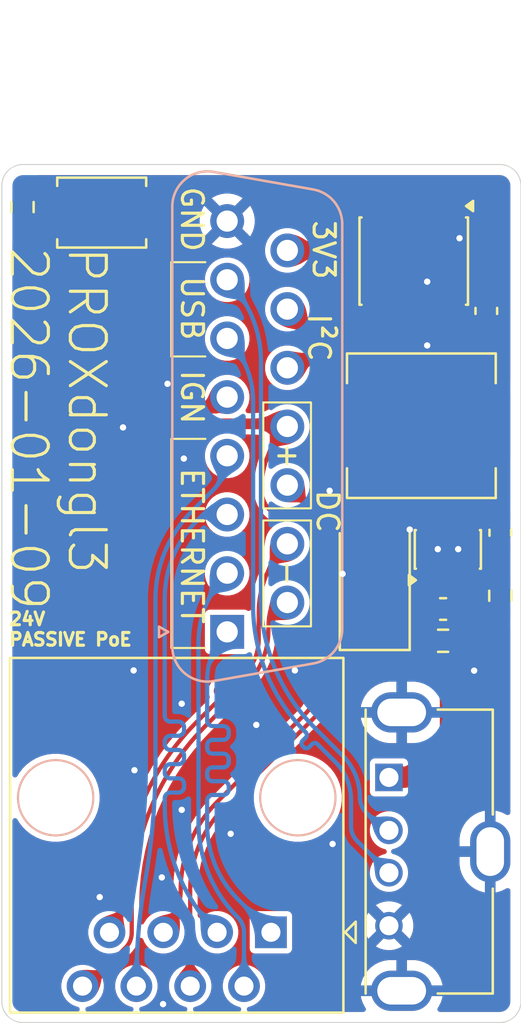
<source format=kicad_pcb>
(kicad_pcb
	(version 20241229)
	(generator "pcbnew")
	(generator_version "9.0")
	(general
		(thickness 1.6)
		(legacy_teardrops no)
	)
	(paper "A4")
	(layers
		(0 "F.Cu" signal)
		(2 "B.Cu" signal)
		(9 "F.Adhes" user "F.Adhesive")
		(11 "B.Adhes" user "B.Adhesive")
		(13 "F.Paste" user)
		(15 "B.Paste" user)
		(5 "F.SilkS" user "F.Silkscreen")
		(7 "B.SilkS" user "B.Silkscreen")
		(1 "F.Mask" user)
		(3 "B.Mask" user)
		(17 "Dwgs.User" user "User.Drawings")
		(19 "Cmts.User" user "User.Comments")
		(21 "Eco1.User" user "User.Eco1")
		(23 "Eco2.User" user "User.Eco2")
		(25 "Edge.Cuts" user)
		(27 "Margin" user)
		(31 "F.CrtYd" user "F.Courtyard")
		(29 "B.CrtYd" user "B.Courtyard")
		(35 "F.Fab" user)
		(33 "B.Fab" user)
		(39 "User.1" user)
		(41 "User.2" user)
		(43 "User.3" user)
		(45 "User.4" user)
	)
	(setup
		(pad_to_mask_clearance 0)
		(allow_soldermask_bridges_in_footprints no)
		(tenting front back)
		(pcbplotparams
			(layerselection 0x00000000_00000000_55555555_5755f5ff)
			(plot_on_all_layers_selection 0x00000000_00000000_00000000_00000000)
			(disableapertmacros no)
			(usegerberextensions yes)
			(usegerberattributes yes)
			(usegerberadvancedattributes yes)
			(creategerberjobfile yes)
			(dashed_line_dash_ratio 12.000000)
			(dashed_line_gap_ratio 3.000000)
			(svgprecision 4)
			(plotframeref no)
			(mode 1)
			(useauxorigin no)
			(hpglpennumber 1)
			(hpglpenspeed 20)
			(hpglpendiameter 15.000000)
			(pdf_front_fp_property_popups yes)
			(pdf_back_fp_property_popups yes)
			(pdf_metadata yes)
			(pdf_single_document no)
			(dxfpolygonmode yes)
			(dxfimperialunits yes)
			(dxfusepcbnewfont yes)
			(psnegative no)
			(psa4output no)
			(plot_black_and_white yes)
			(sketchpadsonfab no)
			(plotpadnumbers no)
			(hidednponfab no)
			(sketchdnponfab yes)
			(crossoutdnponfab yes)
			(subtractmaskfromsilk no)
			(outputformat 1)
			(mirror no)
			(drillshape 0)
			(scaleselection 1)
			(outputdirectory "out/")
		)
	)
	(net 0 "")
	(net 1 "/ETH_DC1+")
	(net 2 "/ETH_RX-")
	(net 3 "/ETH_TX+")
	(net 4 "/ETH_DC2+")
	(net 5 "/ETH_DC1-")
	(net 6 "/ETH_DC2-")
	(net 7 "/ETH_RX+")
	(net 8 "/ETH_TX-")
	(net 9 "/USB_D-")
	(net 10 "/USB_D+")
	(net 11 "+3V3")
	(net 12 "GND")
	(net 13 "+5V")
	(net 14 "Net-(D1-A)")
	(net 15 "Net-(U1-FB)")
	(net 16 "unconnected-(U1-NC-Pad6)")
	(net 17 "/I2C_SDA")
	(net 18 "/I2C_SCL")
	(net 19 "/IGNITION")
	(net 20 "Net-(SW1-A)")
	(footprint "Connector_USB:USB_A_Molex_105057_Vertical" (layer "F.Cu") (at 111.27 86.93 -90))
	(footprint "Diode_SMD:D_SMA" (layer "F.Cu") (at 110.6 77.405 90))
	(footprint "Resistor_SMD:R_0603_1608Metric" (layer "F.Cu") (at 93.979 60.01 90))
	(footprint "Capacitor_SMD:C_0603_1608Metric" (layer "F.Cu") (at 115.865 64.91 90))
	(footprint "Package_TO_SOT_SMD:SOT-23-6" (layer "F.Cu") (at 114.05 76.1675 180))
	(footprint "Button_Switch_SMD:SW_SPST_TS-1088-xR020" (layer "F.Cu") (at 97.714 60.27))
	(footprint "Capacitor_SMD:C_0603_1608Metric" (layer "F.Cu") (at 113.825 78.98))
	(footprint "Package_SO:SOIC-8_3.9x4.9mm_P1.27mm" (layer "F.Cu") (at 112.44 62.56 -90))
	(footprint "Inductor_SMD:L_APV_APH0630" (layer "F.Cu") (at 112.8 70.33 180))
	(footprint "Resistor_SMD:R_0603_1608Metric" (layer "F.Cu") (at 116.525 78.355 90))
	(footprint "Resistor_SMD:R_0603_1608Metric" (layer "F.Cu") (at 113.825 80.48))
	(footprint "Capacitor_SMD:C_0603_1608Metric" (layer "F.Cu") (at 116.525 75.38 -90))
	(footprint "Connector_RJ:RJ45_OST_PJ012-8P8CX_Vertical" (layer "F.Cu") (at 105.7 94.24 180))
	(footprint "Connector_Dsub:DSUB-15_Socket_Vertical_P2.77x2.84mm" (layer "B.Cu") (at 103.635 80.06 -90))
	(gr_line
		(start 101 80.82)
		(end 101 70.95)
		(stroke
			(width 0.1)
			(type default)
		)
		(layer "F.SilkS")
		(uuid "0cc2ab2c-74f2-411f-82c6-832a9a7896fe")
	)
	(gr_line
		(start 102.61 70.95)
		(end 101 70.95)
		(stroke
			(width 0.1)
			(type solid)
		)
		(layer "F.SilkS")
		(uuid "177e4912-91bc-4a69-8569-05cd61ff109f")
	)
	(gr_line
		(start 100.995 67.06)
		(end 100.995 62.61)
		(stroke
			(width 0.1)
			(type default)
		)
		(layer "F.SilkS")
		(uuid "5b0ec5b3-78ee-477a-9104-f903e417fe50")
	)
	(gr_line
		(start 102.605 62.61)
		(end 100.995 62.61)
		(stroke
			(width 0.1)
			(type solid)
		)
		(layer "F.SilkS")
		(uuid "5f01236e-c490-47dc-b1fd-190417acff3a")
	)
	(gr_line
		(start 102.605 67.06)
		(end 100.995 67.06)
		(stroke
			(width 0.1)
			(type solid)
		)
		(layer "F.SilkS")
		(uuid "91d07bbc-40bf-4d7b-8e15-42c0fcf409d5")
	)
	(gr_rect
		(start 105.34 74.8)
		(end 107.59 79.8)
		(stroke
			(width 0.1)
			(type default)
		)
		(fill no)
		(layer "F.SilkS")
		(uuid "c46d39b6-057f-47d9-9a78-07a8e3aa7563")
	)
	(gr_line
		(start 102.61 80.82)
		(end 101 80.82)
		(stroke
			(width 0.1)
			(type solid)
		)
		(layer "F.SilkS")
		(uuid "df3caf53-bd02-4f23-b1cf-81e1aa6db355")
	)
	(gr_rect
		(start 105.34 69.23)
		(end 107.59 74.23)
		(stroke
			(width 0.1)
			(type default)
		)
		(fill no)
		(layer "F.SilkS")
		(uuid "e4b9bb0f-35a7-4874-8350-6478be42141a")
	)
	(gr_line
		(start 93 97.5)
		(end 93 59)
		(stroke
			(width 0.05)
			(type solid)
		)
		(layer "Edge.Cuts")
		(uuid "0db6ce03-0979-466c-8d70-b73e485d4a8f")
	)
	(gr_line
		(start 117.5 59)
		(end 117.5 97.5)
		(stroke
			(width 0.05)
			(type solid)
		)
		(layer "Edge.Cuts")
		(uuid "10be46f5-97dc-400b-ad24-0b8b87306653")
	)
	(gr_line
		(start 94 58)
		(end 116.5 58)
		(stroke
			(width 0.05)
			(type solid)
		)
		(layer "Edge.Cuts")
		(uuid "413b3a9e-9bd9-4831-9365-cd63dbd28d7f")
	)
	(gr_arc
		(start 116.5 58)
		(mid 117.207107 58.292893)
		(end 117.5 59)
		(stroke
			(width 0.05)
			(type solid)
		)
		(layer "Edge.Cuts")
		(uuid "52b734ef-74dd-43b6-888f-18443ecf54e3")
	)
	(gr_arc
		(start 94 98.5)
		(mid 93.292893 98.207107)
		(end 93 97.5)
		(stroke
			(width 0.05)
			(type solid)
		)
		(layer "Edge.Cuts")
		(uuid "6a17951b-3130-4b4a-9fe8-2b07478bf2be")
	)
	(gr_line
		(start 116.5 98.5)
		(end 94 98.5)
		(stroke
			(width 0.05)
			(type solid)
		)
		(layer "Edge.Cuts")
		(uuid "79c46bbb-04e4-4a4a-967a-27117ae08049")
	)
	(gr_arc
		(start 117.5 97.5)
		(mid 117.207107 98.207107)
		(end 116.5 98.5)
		(stroke
			(width 0.05)
			(type default)
		)
		(layer "Edge.Cuts")
		(uuid "dbd91a20-56fa-46cf-ba01-69e810d4c7e5")
	)
	(gr_arc
		(start 93 59)
		(mid 93.292893 58.292893)
		(end 94 58)
		(stroke
			(width 0.05)
			(type solid)
		)
		(layer "Edge.Cuts")
		(uuid "f40b6dc1-c075-4afe-b6bc-38632a8e4915")
	)
	(gr_text "USB"
		(at 101.39 63.19 270)
		(layer "F.SilkS")
		(uuid "2b9d7f41-d46d-490b-a655-aa5ca50ac4c4")
		(effects
			(font
				(size 1 1)
				(thickness 0.15)
				(bold yes)
			)
			(justify left bottom)
		)
	)
	(gr_text "-"
		(at 105.94 76.61 270)
		(layer "F.SilkS")
		(uuid "44143381-dade-4218-b9c8-f7def15d5858")
		(effects
			(font
				(size 1 0.94)
				(thickness 0.15)
				(bold yes)
			)
			(justify left bottom)
		)
	)
	(gr_text "PROXdongl3\n2026-01-09"
		(at 93.28 61.78 270)
		(layer "F.SilkS")
		(uuid "56a00f68-612a-4d4f-95f6-399a861de7d1")
		(effects
			(font
				(size 1.7 1.7)
				(thickness 0.15)
			)
			(justify left bottom)
		)
	)
	(gr_text "24V\nPASSIVE PoE"
		(at 93.27 80.77 0)
		(layer "F.SilkS")
		(uuid "582ed5dd-8095-4dca-b37e-f8f353222111")
		(effects
			(font
				(size 0.6 0.6)
				(thickness 0.15)
				(bold yes)
			)
			(justify left bottom)
		)
	)
	(gr_text "I²C"
		(at 107.39 64.95 270)
		(layer "F.SilkS")
		(uuid "5d421daf-5679-499d-b23c-e75cc4186d5d")
		(effects
			(font
				(size 1 1)
				(thickness 0.15)
				(bold yes)
			)
			(justify left bottom)
		)
	)
	(gr_text "3V3"
		(at 107.61 60.55 270)
		(layer "F.SilkS")
		(uuid "60c9b601-518e-4641-9840-56eeaaf71726")
		(effects
			(font
				(size 1 1)
				(thickness 0.15)
				(bold yes)
			)
			(justify left bottom)
		)
	)
	(gr_text "GND"
		(at 101.39 58.96 270)
		(layer "F.SilkS")
		(uuid "648b356c-5963-4404-b216-ab881a67eaca")
		(effects
			(font
				(size 1 1)
				(thickness 0.15)
				(bold yes)
			)
			(justify left bottom)
		)
	)
	(gr_text "IGN"
		(at 101.39 67.62 270)
		(layer "F.SilkS")
		(uuid "729df144-8f7f-4b89-8519-9e91a294d667")
		(effects
			(font
				(size 1 1)
				(thickness 0.15)
				(bold yes)
			)
			(justify left bottom)
		)
	)
	(gr_text "+"
		(at 105.94 71.0715 270)
		(layer "F.SilkS")
		(uuid "7cfb75f7-ed72-4d0f-976a-27f12c6e54e5")
		(effects
			(font
				(size 1 0.94)
				(thickness 0.15)
				(bold yes)
			)
			(justify left bottom)
		)
	)
	(gr_text "DC"
		(at 107.79 73.27 270)
		(layer "F.SilkS")
		(uuid "9f6fe7f5-5953-470d-802c-f7984731a8d8")
		(effects
			(font
				(size 1 1)
				(thickness 0.15)
				(bold yes)
			)
			(justify left bottom)
		)
	)
	(gr_text "ETHERNET"
		(at 101.39 72.24 270)
		(layer "F.SilkS")
		(uuid "c6e6abf7-54bf-4756-b2d8-5f40513ec6a8")
		(effects
			(font
				(size 1 1)
				(thickness 0.15)
				(bold yes)
			)
			(justify left bottom)
		)
	)
	(segment
		(start 104.681912 88.571542)
		(end 104.60696 88.646495)
		(width 0.2)
		(layer "F.Cu")
		(net 1)
		(uuid "05f78d6c-d7c7-4607-b75d-c5b6fe5f8cb2")
	)
	(segment
		(start 104.28169 87.871505)
		(end 104.681913 88.271728)
		(width 0.2)
		(layer "F.Cu")
		(net 1)
		(uuid "0bd94e4b-6922-40c4-89c8-1b855571f8ca")
	)
	(segment
		(start 103.607112 88.246273)
		(end 103.532156 88.321226)
		(width 0.2)
		(layer "F.Cu")
		(net 1)
		(uuid "2bae3206-8395-4bd2-ba5f-2ca68de74aa9")
	)
	(segment
		(start 103.532156 88.321226)
		(end 103.510635 88.342746)
		(width 0.2)
		(layer "F.Cu")
		(net 1)
		(uuid "431d083c-6977-431d-a658-5fb0c761c243")
	)
	(segment
		(start 107.737107 84.116274)
		(end 104.28169 87.571691)
		(width 0.2)
		(layer "F.Cu")
		(net 1)
		(uuid "4d9c1978-6139-49e1-8364-433366be6ab6")
	)
	(segment
		(start 104.307146 88.646496)
		(end 103.906924 88.246274)
		(width 0.2)
		(layer "F.Cu")
		(net 1)
		(uuid "4f35e45a-0145-49a4-b7bd-4dcc818f130f")
	)
	(segment
		(start 106.475 73.135)
		(end 107.137531 73.797531)
		(width 0.2)
		(layer "F.Cu")
		(net 1)
		(uuid "83caec5a-cba9-4ee9-b7f2-bde34815d8f7")
	)
	(segment
		(start 101.89 92.255305)
		(end 101.89 96.78)
		(width 0.2)
		(layer "F.Cu")
		(net 1)
		(uuid "ef0f9698-6592-4783-a085-8143c4ff18c4")
	)
	(segment
		(start 108.03 75.952143)
		(end 108.03 83.409167)
		(width 0.2)
		(layer "F.Cu")
		(net 1)
		(uuid "f9ea475e-1e0f-4097-afd2-8ec9afa49f80")
	)
	(arc
		(start 104.28169 87.571691)
		(mid 104.219595 87.721599)
		(end 104.28169 87.871505)
		(width 0.2)
		(layer "F.Cu")
		(net 1)
		(uuid "0448dbbb-4164-40ab-876f-5a670e29f05a")
	)
	(arc
		(start 104.681913 88.271728)
		(mid 104.744007 88.421634)
		(end 104.681912 88.571542)
		(width 0.2)
		(layer "F.Cu")
		(net 1)
		(uuid "23818ec3-cb08-4bce-bc40-389fad249837")
	)
	(arc
		(start 103.510635 88.342746)
		(mid 102.31119 90.137843)
		(end 101.89 92.255305)
		(width 0.2)
		(layer "F.Cu")
		(net 1)
		(uuid "60f99e46-a771-4e5e-96fa-db27e3fd4c0d")
	)
	(arc
		(start 108.03 83.409167)
		(mid 107.95388 83.791851)
		(end 107.737107 84.116274)
		(width 0.2)
		(layer "F.Cu")
		(net 1)
		(uuid "b342810b-1892-4808-8e95-ac555efe6b05")
	)
	(arc
		(start 103.906924 88.246274)
		(mid 103.757017 88.184181)
		(end 103.607112 88.246273)
		(width 0.2)
		(layer "F.Cu")
		(net 1)
		(uuid "c1017e40-c58f-43d4-a2b0-0eafd1b22344")
	)
	(arc
		(start 104.60696 88.646495)
		(mid 104.457053 88.708589)
		(end 104.307146 88.646496)
		(width 0.2)
		(layer "F.Cu")
		(net 1)
		(uuid "dae6c616-a487-4710-8735-291cc48683ac")
	)
	(arc
		(start 107.137531 73.797531)
		(mid 107.798055 74.786075)
		(end 108.03 75.952143)
		(width 0.2)
		(layer "F.Cu")
		(net 1)
		(uuid "dee5e00e-0456-4d18-bf51-d926fb3c3dc9")
	)
	(segment
		(start 102.959734 73.380266)
		(end 101.976779 74.363221)
		(width 0.2)
		(layer "B.Cu")
		(net 2)
		(uuid "0db1b006-718c-4ed0-9102-09b838625674")
	)
	(segment
		(start 99.35 96.573614)
		(end 99.35 96.78)
		(width 0.2)
		(layer "B.Cu")
		(net 2)
		(uuid "925a6a3d-6a0b-45c2-8f5e-6e489be9722a")
	)
	(segment
		(start 100.25 78.532035)
		(end 100.25 86.268429)
		(width 0.2)
		(layer "B.Cu")
		(net 2)
		(uuid "ae9fd910-bfa6-4d5d-b3f4-e62bb0390227")
	)
	(segment
		(start 99.766702 91.809428)
		(end 99.764398 91.822533)
		(width 0.2)
		(layer "B.Cu")
		(net 2)
		(uuid "c8412d08-53cd-4fed-9b78-407f2036a920")
	)
	(arc
		(start 99.764398 91.822533)
		(mid 99.453795 94.189054)
		(end 99.35 96.573614)
		(width 0.2)
		(layer "B.Cu")
		(net 2)
		(uuid "227ff391-ef95-4492-bd08-29f79c7905eb")
	)
	(arc
		(start 101.976779 74.363221)
		(mid 100.698775 76.275889)
		(end 100.25 78.532035)
		(width 0.2)
		(layer "B.Cu")
		(net 2)
		(uuid "38e79fb7-8cd9-4622-8d04-29235557e177")
	)
	(arc
		(start 103.635 71.75)
		(mid 103.459504 72.632307)
		(end 102.959734 73.380266)
		(width 0.2)
		(layer "B.Cu")
		(net 2)
		(uuid "d32bbcc1-72b1-499a-b4d9-3af7c7a3195c")
	)
	(arc
		(start 100.25 86.268429)
		(mid 100.128946 89.049447)
		(end 99.766702 91.809428)
		(width 0.2)
		(layer "B.Cu")
		(net 2)
		(uuid "ff602e36-cfa4-43de-8da2-a02160306c94")
	)
	(segment
		(start 103.71 86.066794)
		(end 103.71 86.196794)
		(width 0.2)
		(layer "B.Cu")
		(net 3)
		(uuid "0d524520-c8cb-48f8-8669-5255102bedc0")
	)
	(segment
		(start 103.45 87.756794)
		(end 102.95 87.756794)
		(width 0.2)
		(layer "B.Cu")
		(net 3)
		(uuid "1d91bfaa-0342-4223-b4cb-17739996a899")
	)
	(segment
		(start 104.159495 92.699495)
		(end 105.7 94.24)
		(width 0.2)
		(layer "B.Cu")
		(net 3)
		(uuid "37de5b7d-0dae-4bd0-9a91-8ab6c4f606d4")
	)
	(segment
		(start 102.95 84.506794)
		(end 103.45 84.506794)
		(width 0.2)
		(layer "B.Cu")
		(net 3)
		(uuid "482787f2-26c7-4a6c-a73e-bb66330785ff")
	)
	(segment
		(start 102.69 85.416794)
		(end 102.69 85.546794)
		(width 0.2)
		(layer "B.Cu")
		(net 3)
		(uuid "54eda247-c721-4bd2-b675-6135d2e02fba")
	)
	(segment
		(start 103.45 86.456794)
		(end 102.95 86.456794)
		(width 0.2)
		(layer "B.Cu")
		(net 3)
		(uuid "5fa91da3-0d25-45e4-a4ae-d5acd478a7c1")
	)
	(segment
		(start 102.69 86.716794)
		(end 102.69 86.846794)
		(width 0.2)
		(layer "B.Cu")
		(net 3)
		(uuid "7dfa8a3a-e9a0-4876-a414-4a0b402b5eee")
	)
	(segment
		(start 102.69 88.62)
		(end 102.69 89.151819)
		(width 0.2)
		(layer "B.Cu")
		(net 3)
		(uuid "86db7265-a34d-4fe6-a1fe-36da3154e1ff")
	)
	(segment
		(start 103.45 85.156794)
		(end 102.95 85.156794)
		(width 0.2)
		(layer "B.Cu")
		(net 3)
		(uuid "9cd48030-0fc0-4606-b401-b226b50c976c")
	)
	(segment
		(start 103.71 84.766794)
		(end 103.71 84.896794)
		(width 0.2)
		(layer "B.Cu")
		(net 3)
		(uuid "9fe3e9b1-341b-4d49-89ed-172b7056123c")
	)
	(segment
		(start 102.95 85.806794)
		(end 103.45 85.806794)
		(width 0.2)
		(layer "B.Cu")
		(net 3)
		(uuid "a0db5f3d-dd71-412a-908a-5fc9e05fe3db")
	)
	(segment
		(start 103.71 87.366794)
		(end 103.71 87.496794)
		(width 0.2)
		(layer "B.Cu")
		(net 3)
		(uuid "bffe1e5c-e78d-42c4-b83e-ddf45c223c19")
	)
	(segment
		(start 102.69 88.146794)
		(end 102.69 88.62)
		(width 0.2)
		(layer "B.Cu")
		(net 3)
		(uuid "c53f7942-ff18-4e85-b49e-21d6a85be965")
	)
	(segment
		(start 102.95 87.106794)
		(end 103.45 87.106794)
		(width 0.2)
		(layer "B.Cu")
		(net 3)
		(uuid "cf4ff313-764f-41f3-b77d-e3fbf30beb33")
	)
	(segment
		(start 102.69 82.341315)
		(end 102.69 84.246794)
		(width 0.2)
		(layer "B.Cu")
		(net 3)
		(uuid "ddadbcde-75d9-46aa-8b2c-5f7bb5b9c4e8")
	)
	(segment
		(start 102.69 88.016794)
		(end 102.69 88.146794)
		(width 0.2)
		(layer "B.Cu")
		(net 3)
		(uuid "edb4b68d-0213-4786-a339-8a9201956d96")
	)
	(segment
		(start 105.61 94.1)
		(end 105.5 93.99)
		(width 0.2)
		(layer "B.Cu")
		(net 3)
		(uuid "ee570994-3e94-4237-bd5c-cfcc1aedb572")
	)
	(arc
		(start 102.95 87.756794)
		(mid 102.766152 87.832946)
		(end 102.69 88.016794)
		(width 0.2)
		(layer "B.Cu")
		(net 3)
		(uuid "0d4a7f4f-db57-4aee-bd68-a95b5474cc84")
	)
	(arc
		(start 102.69 84.246794)
		(mid 102.766152 84.430642)
		(end 102.95 84.506794)
		(width 0.2)
		(layer "B.Cu")
		(net 3)
		(uuid "126e75f8-ce63-49a7-8bb6-e6e6f1b63107")
	)
	(arc
		(start 103.635 80.06)
		(mid 102.935577 81.10672)
		(end 102.69 82.341315)
		(width 0.2)
		(layer "B.Cu")
		(net 3)
		(uuid "26759449-bd32-41cd-ac3f-5de683d0e5a0")
	)
	(arc
		(start 103.45 85.806794)
		(mid 103.633848 85.882946)
		(end 103.71 86.066794)
		(width 0.2)
		(layer "B.Cu")
		(net 3)
		(uuid "27e13cb0-65c3-4310-ae67-9d2d595a3572")
	)
	(arc
		(start 102.69 86.846794)
		(mid 102.766152 87.030642)
		(end 102.95 87.106794)
		(width 0.2)
		(layer "B.Cu")
		(net 3)
		(uuid "4bb5fa58-f1b5-4c53-94d5-566b091cc783")
	)
	(arc
		(start 103.45 84.506794)
		(mid 103.633848 84.582946)
		(end 103.71 84.766794)
		(width 0.2)
		(layer "B.Cu")
		(net 3)
		(uuid "5a24ab2b-d7ea-40b7-a700-d9a1856a9c43")
	)
	(arc
		(start 103.45 87.106794)
		(mid 103.633848 87.182946)
		(end 103.71 87.366794)
		(width 0.2)
		(layer "B.Cu")
		(net 3)
		(uuid "86deaf2f-ec57-4202-83ff-0587adc21320")
	)
	(arc
		(start 102.95 86.456794)
		(mid 102.766152 86.532946)
		(end 102.69 86.716794)
		(width 0.2)
		(layer "B.Cu")
		(net 3)
		(uuid "ab8ab6ac-1dbc-4c1f-9e6a-bf3ee8312240")
	)
	(arc
		(start 103.71 86.196794)
		(mid 103.633848 86.380642)
		(end 103.45 86.456794)
		(width 0.2)
		(layer "B.Cu")
		(net 3)
		(uuid "bb3678ec-69c8-43fa-bcd0-08e97885f6a3")
	)
	(arc
		(start 102.69 85.546794)
		(mid 102.766152 85.730642)
		(end 102.95 85.806794)
		(width 0.2)
		(layer "B.Cu")
		(net 3)
		(uuid "bce13fd2-ea3a-41aa-8c8b-d218c752909a")
	)
	(arc
		(start 103.71 84.896794)
		(mid 103.633848 85.080642)
		(end 103.45 85.156794)
		(width 0.2)
		(layer "B.Cu")
		(net 3)
		(uuid "cc1e9902-39c8-423e-8d3e-96b6010b504a")
	)
	(arc
		(start 102.95 85.156794)
		(mid 102.766152 85.232946)
		(end 102.69 85.416794)
		(width 0.2)
		(layer "B.Cu")
		(net 3)
		(uuid "d5353582-6475-4700-a648-291eb8c72065")
	)
	(arc
		(start 102.69 89.151819)
		(mid 103.071909 91.071807)
		(end 104.159495 92.699495)
		(width 0.2)
		(layer "B.Cu")
		(net 3)
		(uuid "d6759925-6f16-45bc-82a3-bce82cf5d563")
	)
	(arc
		(start 103.71 87.496794)
		(mid 103.633848 87.680642)
		(end 103.45 87.756794)
		(width 0.2)
		(layer "B.Cu")
		(net 3)
		(uuid "e016581d-b2f1-4976-ac8e-cb6a27a301a1")
	)
	(segment
		(start 93.979 60.835)
		(end 93.979 60.844786)
		(width 0.5)
		(layer "F.Cu")
		(net 4)
		(uuid "38cbf0a9-6306-4a57-ae2d-38c7408aa43e")
	)
	(segment
		(start 100.773917 70.239501)
		(end 106.349501 70.239501)
		(width 0.5)
		(layer "F.Cu")
		(net 4)
		(uuid "628e8905-508e-403c-98e9-016084f08659")
	)
	(segment
		(start 94.271893 61.551893)
		(end 94.627107 61.907107)
		(width 0.5)
		(layer "F.Cu")
		(net 4)
		(uuid "6a136649-5919-473b-af54-06e0cc94fa5e")
	)
	(segment
		(start 99.08 63.2)
		(end 99.08 68.486188)
		(width 0.5)
		(layer "F.Cu")
		(net 4)
		(uuid "73374b36-e105-4534-a128-d57a53106acd")
	)
	(segment
		(start 103.17258 88.07742)
		(end 107.361107 83.888893)
		(width 0.2)
		(layer "F.Cu")
		(net 4)
		(uuid "82eba771-22af-4a53-aad4-57e3a6b7959c")
	)
	(segment
		(start 106.35 70.24)
		(end 102.36 70.24)
		(width 0.5)
		(layer "F.Cu")
		(net 4)
		(uuid "aa00257d-fae1-46bc-b820-88980d9dd262")
	)
	(segment
		(start 107.654 83.181786)
		(end 107.654 75.808214)
		(width 0.2)
		(layer "F.Cu")
		(net 4)
		(uuid "aa0b73af-4a93-4245-b572-b4f98df3e3ec")
	)
	(segment
		(start 95.334214 62.2)
		(end 98.08 62.2)
		(width 0.5)
		(layer "F.Cu")
		(net 4)
		(uuid "c7ac6d1e-6bb1-48c3-82bd-63afa03af552")
	)
	(segment
		(start 106.349501 70.239501)
		(end 106.475 70.365)
		(width 0.5)
		(layer "F.Cu")
		(net 4)
		(uuid "e5cf277c-769b-471e-b518-0545e9fe524c")
	)
	(segment
		(start 107.243037 74.983037)
		(end 107.361107 75.101107)
		(width 0.2)
		(layer "F.Cu")
		(net 4)
		(uuid "e9e30e0a-f008-4e7e-b069-302e5f295a9d")
	)
	(segment
		(start 106.475 70.365)
		(end 106.35 70.24)
		(width 0.5)
		(layer "F.Cu")
		(net 4)
		(uuid "fc547050-f9df-4b2c-ae7f-c84c676bb834")
	)
	(arc
		(start 93.979 60.844786)
		(mid 94.05512 61.22747)
		(end 94.271893 61.551893)
		(width 0.5)
		(layer "F.Cu")
		(net 4)
		(uuid "02483d89-12aa-41c0-b9a9-18bc067ffd9b")
	)
	(arc
		(start 106.475 70.365)
		(mid 105.568359 71.721868)
		(end 105.25 73.322365)
		(width 0.2)
		(layer "F.Cu")
		(net 4)
		(uuid "03533c6b-a803-4c93-ab0d-c7106d0c53d8")
	)
	(arc
		(start 94.627107 61.907107)
		(mid 94.951531 62.12388)
		(end 95.334214 62.2)
		(width 0.5)
		(layer "F.Cu")
		(net 4)
		(uuid "155181b1-ec6f-46e8-82bc-e83717d1a07f")
	)
	(arc
		(start 100.62 94.24)
		(mid 101.22689 93.331726)
		(end 101.44 92.26035)
		(width 0.2)
		(layer "F.Cu")
		(net 4)
		(uuid "1c2a6e0e-7940-412a-b964-0a04d5d67352")
	)
	(arc
		(start 101.44 92.26035)
		(mid 101.890284 89.996512)
		(end 103.17258 88.07742)
		(width 0.2)
		(layer "F.Cu")
		(net 4)
		(uuid "248f9fe9-8e7e-4f8d-8a56-2c757a83cd98")
	)
	(arc
		(start 98.08 62.2)
		(mid 98.787107 62.492893)
		(end 99.08 63.2)
		(width 0.5)
		(layer "F.Cu")
		(net 4)
		(uuid "401a5779-e1da-446b-b8fb-d15a1d56a7a4")
	)
	(arc
		(start 107.243037 74.983037)
		(mid 106.982738 74.809111)
		(end 106.675667 74.748037)
		(width 0.2)
		(layer "F.Cu")
		(net 4)
		(uuid "4c393405-a061-499d-8dda-ae14c04e3a70")
	)
	(arc
		(start 99.08 68.486188)
		(mid 99.572684 69.70497)
		(end 100.773917 70.239501)
		(width 0.5)
		(layer "F.Cu")
		(net 4)
		(uuid "4c9cc412-15fc-44ed-8091-37e61ae4348b")
	)
	(arc
		(start 107.361107 83.888893)
		(mid 107.57788 83.564469)
		(end 107.654 83.181786)
		(width 0.2)
		(layer "F.Cu")
		(net 4)
		(uuid "ab6303df-216e-4be1-808d-dacda5d872f4")
	)
	(arc
		(start 105.25 73.322365)
		(mid 105.667568 74.330469)
		(end 106.675667 74.748037)
		(width 0.2)
		(layer "F.Cu")
		(net 4)
		(uuid "da0215e9-a8b9-4908-8f94-29598aaf3757")
	)
	(arc
		(start 107.654 75.808214)
		(mid 107.57788 75.42553)
		(end 107.361107 75.101107)
		(width 0.2)
		(layer "F.Cu")
		(net 4)
		(uuid "fcf9dee2-7ff8-49b4-b174-4154681aa9db")
	)
	(segment
		(start 102.733507 83.776492)
		(end 102.68 83.83)
		(width 0.2)
		(layer "F.Cu")
		(net 5)
		(uuid "178e6d5d-90ce-4d85-933c-c85d6c7d4dfb")
	)
	(segment
		(start 105.124 80.42095)
		(end 105.124 79.166474)
		(width 0.2)
		(layer "F.Cu")
		(net 5)
		(uuid "33deb67e-b918-4bcf-b76d-2fb1aba94f2b")
	)
	(segment
		(start 102.68 83.83)
		(end 102.342021 84.167979)
		(width 0.2)
		(layer "F.Cu")
		(net 5)
		(uuid "5da5a1c0-fc75-4c39-9dcb-577bd1327f74")
	)
	(segment
		(start 103.171911 83.338086)
		(end 102.733507 83.776492)
		(width 0.2)
		(layer "F.Cu")
		(net 5)
		(uuid "86e345e7-c7d8-4760-9c7c-04d97751b657")
	)
	(segment
		(start 104.275 82.235)
		(end 104.439622 82.070378)
		(width 0.2)
		(layer "F.Cu")
		(net 5)
		(uuid "a0296054-4cd4-427d-93b7-c0eba771b577")
	)
	(segment
		(start 102.342021 84.167979)
		(end 102.1883 84.3217)
		(width 0.2)
		(layer "F.Cu")
		(net 5)
		(uuid "d4f049ac-7272-489e-b9c2-8be3c0096c50")
	)
	(segment
		(start 105.122 80.42295)
		(end 105.124 80.42095)
		(width 0.2)
		(layer "F.Cu")
		(net 5)
		(uuid "e0bb1045-ae6d-4b19-a77b-652e50c7d290")
	)
	(segment
		(start 103.610318 82.235)
		(end 103.171911 82.673406)
		(width 0.2)
		(layer "F.Cu")
		(net 5)
		(uuid "fb801227-1ac0-44c2-a24c-f2f795d6d194")
	)
	(arc
		(start 98.7 92.743256)
		(mid 98.53888 93.553261)
		(end 98.08 94.24)
		(width 0.2)
		(layer "F.Cu")
		(net 5)
		(uuid "0f8f38ef-13ad-4035-8dcc-fb4014393152")
	)
	(arc
		(start 102.1883 84.3217)
		(mid 99.606579 88.185518)
		(end 98.7 92.743256)
		(width 0.2)
		(layer "F.Cu")
		(net 5)
		(uuid "1e502bc6-d01a-418f-86a4-18d25deef612")
	)
	(arc
		(start 104.439622 82.070378)
		(mid 104.944655 81.314542)
		(end 105.122 80.42295)
		(width 0.2)
		(layer "F.Cu")
		(net 5)
		(uuid "416ace5f-3e65-4623-a5b5-26e54dea5650")
	)
	(arc
		(start 104.275 82.235)
		(mid 104.108829 82.30383)
		(end 103.942659 82.235)
		(width 0.2)
		(layer "F.Cu")
		(net 5)
		(uuid "42f0e309-6701-40b4-a814-cb89d28ecf0d")
	)
	(arc
		(start 103.942659 82.235)
		(mid 103.776489 82.166169)
		(end 103.610318 82.235)
		(width 0.2)
		(layer "F.Cu")
		(net 5)
		(uuid "58cd7769-3e26-4e76-aeaa-a541f26b3d0f")
	)
	(arc
		(start 106.475 75.905)
		(mid 105.47509 77.401426)
		(end 105.124 79.166474)
		(width 0.2)
		(layer "F.Cu")
		(net 5)
		(uuid "b517bb69-5192-41b8-895b-6ab9c3d3c41e")
	)
	(arc
		(start 103.171911 83.005746)
		(mid 103.240741 83.171916)
		(end 103.171911 83.338086)
		(width 0.2)
		(layer "F.Cu")
		(net 5)
		(uuid "dc7af08b-2dcd-4f33-b9b3-6c2dc30e6947")
	)
	(arc
		(start 103.171911 82.673406)
		(mid 103.103081 82.839576)
		(end 103.171911 83.005746)
		(width 0.2)
		(layer "F.Cu")
		(net 5)
		(uuid "dff1f9f7-986a-42fc-bdce-b86a64153542")
	)
	(segment
		(start 102.643045 84.466955)
		(end 104.493875 82.616125)
		(width 0.2)
		(layer "F.Cu")
		(net 6)
		(uuid "17762310-d3c7-41e7-a76b-84558901dda9")
	)
	(segment
		(start 105.879805 79.270195)
		(end 106.475 78.675)
		(width 0.2)
		(layer "F.Cu")
		(net 6)
		(uuid "30341f5c-c304-487e-abfd-035f885468e9")
	)
	(segment
		(start 97.026339 96.78)
		(end 98.838107 94.968232)
		(width 0.2)
		(layer "F.Cu")
		(net 6)
		(uuid "3ef24a7e-dacd-4d75-845a-742302e75390")
	)
	(segment
		(start 96.81 96.78)
		(end 97.026339 96.78)
		(width 0.2)
		(layer "F.Cu")
		(net 6)
		(uuid "ddaa6a2f-98ab-4e77-ac6a-1d56b33ccd4b")
	)
	(segment
		(start 99.131 94.261125)
		(end 99.130994 92.945856)
		(width 0.2)
		(layer "F.Cu")
		(net 6)
		(uuid "e7613851-c554-4996-9e7e-ce639c630e00")
	)
	(arc
		(start 105.58 79.993987)
		(mid 105.657917 79.602276)
		(end 105.879805 79.270195)
		(width 0.2)
		(layer "F.Cu")
		(net 6)
		(uuid "5d05e45d-928d-4f3c-a86d-2fc379bba289")
	)
	(arc
		(start 104.493875 82.616125)
		(mid 105.297725 81.413078)
		(end 105.58 79.993987)
		(width 0.2)
		(layer "F.Cu")
		(net 6)
		(uuid "89e4d166-a355-489f-b2cd-b878cd134714")
	)
	(arc
		(start 98.838107 94.968232)
		(mid 99.05488 94.643808)
		(end 99.131 94.261125)
		(width 0.2)
		(layer "F.Cu")
		(net 6)
		(uuid "9aa61bbb-9cad-4311-9814-c12be0db604f")
	)
	(arc
		(start 99.130994 92.945856)
		(mid 100.043735 88.357108)
		(end 102.643045 84.466955)
		(width 0.2)
		(layer "F.Cu")
		(net 6)
		(uuid "c659018c-a3b2-4182-9228-e8a8392bc5a1")
	)
	(segment
		(start 101.332 86.973795)
		(end 100.958 86.973795)
		(width 0.2)
		(layer "B.Cu")
		(net 7)
		(uuid "02c175fd-50fe-4383-80bc-d5cdf1a27038")
	)
	(segment
		(start 101.332 84.293795)
		(end 100.958 84.293795)
		(width 0.2)
		(layer "B.Cu")
		(net 7)
		(uuid "2710868d-54f1-45c7-8376-044e6d2cac07")
	)
	(segment
		(start 100.69 84.025795)
		(end 100.69 83.891795)
		(width 0.2)
		(layer "B.Cu")
		(net 7)
		(uuid "28288c2a-5125-4180-a382-9b20bf6bd291")
	)
	(segment
		(start 101.6 87.375795)
		(end 101.6 87.241795)
		(width 0.2)
		(layer "B.Cu")
		(net 7)
		(uuid "2e33a2fe-0094-48f7-b3d2-965fa45234d8")
	)
	(segment
		(start 100.69 83.84)
		(end 100.69 78.487542)
		(width 0.2)
		(layer "B.Cu")
		(net 7)
		(uuid "30745e66-4001-4ce4-95b7-a90a1e26d3fb")
	)
	(segment
		(start 100.958 84.963795)
		(end 101.332 84.963795)
		(width 0.2)
		(layer "B.Cu")
		(net 7)
		(uuid "4c9147bb-81cd-47ff-999d-042b29c27ebb")
	)
	(segment
		(start 101.6 84.695795)
		(end 101.6 84.561795)
		(width 0.2)
		(layer "B.Cu")
		(net 7)
		(uuid "50dcaa9f-d324-467d-a03f-4642c366dcad")
	)
	(segment
		(start 100.69 88.276906)
		(end 100.69 87.911795)
		(width 0.2)
		(layer "B.Cu")
		(net 7)
		(uuid "6212996d-8e56-428f-add5-4b62f0bb4463")
	)
	(segment
		(start 100.69 86.705795)
		(end 100.69 86.571795)
		(width 0.2)
		(layer "B.Cu")
		(net 7)
		(uuid "6cc32e6e-e902-45f2-b14c-3031a0920f6f")
	)
	(segment
		(start 102.212107 74.812893)
		(end 102.505 74.52)
		(width 0.2)
		(layer "B.Cu")
		(net 7)
		(uuid "6d66e58b-4e98-4fca-b489-491eda103d2a")
	)
	(segment
		(start 102.505 74.52)
		(end 103.635 74.52)
		(width 0.2)
		(layer "B.Cu")
		(net 7)
		(uuid "7551db71-4bf6-45b6-8581-9e45a533f774")
	)
	(segment
		(start 101.6 86.035795)
		(end 101.6 85.901795)
		(width 0.2)
		(layer "B.Cu")
		(net 7)
		(uuid "76dd876a-505d-4114-a1fc-51cfe3eba035")
	)
	(segment
		(start 101.332 85.633795)
		(end 100.958 85.633795)
		(width 0.2)
		(layer "B.Cu")
		(net 7)
		(uuid "98926a7d-9a8e-4e1a-a003-d59fbb0d9e10")
	)
	(segment
		(start 100.69 83.891795)
		(end 100.69 83.84)
		(width 0.2)
		(layer "B.Cu")
		(net 7)
		(uuid "a2a250b9-dae1-4e87-a87d-6d744786c683")
	)
	(segment
		(start 100.958 87.643795)
		(end 101.332 87.643795)
		(width 0.2)
		(layer "B.Cu")
		(net 7)
		(uuid "a8d36ac8-3886-477e-b685-88b305c7268f")
	)
	(segment
		(start 100.69 85.365795)
		(end 100.69 85.231795)
		(width 0.2)
		(layer "B.Cu")
		(net 7)
		(uuid "a9bad550-5a7d-414b-8e69-0f735961920b")
	)
	(segment
		(start 100.958 86.303795)
		(end 101.332 86.303795)
		(width 0.2)
		(layer "B.Cu")
		(net 7)
		(uuid "b211b6e5-15d0-491f-b6b6-1c4357c2a68e")
	)
	(arc
		(start 100.958 84.293795)
		(mid 100.768495 84.2153)
		(end 100.69 84.025795)
		(width 0.2)
		(layer "B.Cu")
		(net 7)
		(uuid "1d9d617f-d887-47dd-9c25-9684aa285c34")
	)
	(arc
		(start 101.6 87.241795)
		(mid 101.521505 87.05229)
		(end 101.332 86.973795)
		(width 0.2)
		(layer "B.Cu")
		(net 7)
		(uuid "1e06cc8e-8e62-4c82-b0b4-ca3e43028351")
	)
	(arc
		(start 101.6 84.561795)
		(mid 101.521505 84.37229)
		(end 101.332 84.293795)
		(width 0.2)
		(layer "B.Cu")
		(net 7)
		(uuid "29a802a0-0980-4083-a0dc-5565297f031a")
	)
	(arc
		(start 101.332 84.963795)
		(mid 101.521505 84.8853)
		(end 101.6 84.695795)
		(width 0.2)
		(layer "B.Cu")
		(net 7)
		(uuid "3bc802bb-ba9c-42a6-adca-3a3cac7e5902")
	)
	(arc
		(start 100.69 86.571795)
		(mid 100.768495 86.38229)
		(end 100.958 86.303795)
		(width 0.2)
		(layer "B.Cu")
		(net 7)
		(uuid "465d5bbe-7438-4f7f-91a1-7abea87aca62")
	)
	(arc
		(start 101.6 85.901795)
		(mid 101.521505 85.71229)
		(end 101.332 85.633795)
		(width 0.2)
		(layer "B.Cu")
		(net 7)
		(uuid "48508ed4-c6f1-485a-816e-193f2e8efd88")
	)
	(arc
		(start 100.958 85.633795)
		(mid 100.768495 85.5553)
		(end 100.69 85.365795)
		(width 0.2)
		(layer "B.Cu")
		(net 7)
		(uuid "4d1a636d-1d0f-40f4-bd40-35ef3801f0ba")
	)
	(arc
		(start 100.69 87.911795)
		(mid 100.768495 87.72229)
		(end 100.958 87.643795)
		(width 0.2)
		(layer "B.Cu")
		(net 7)
		(uuid "5194f568-9038-430e-87e9-15a87d977b36")
	)
	(arc
		(start 100.958 86.973795)
		(mid 100.768495 86.8953)
		(end 100.69 86.705795)
		(width 0.2)
		(layer "B.Cu")
		(net 7)
		(uuid "59e1f990-118e-4824-9747-0023822e75b8")
	)
	(arc
		(start 103.16 94.24)
		(mid 101.331929 91.504104)
		(end 100.69 88.276906)
		(width 0.2)
		(layer "B.Cu")
		(net 7)
		(uuid "83436f92-3b31-4cd5-8296-b12285c75b7d")
	)
	(arc
		(start 101.332 87.643795)
		(mid 101.521505 87.5653)
		(end 101.6 87.375795)
		(width 0.2)
		(layer "B.Cu")
		(net 7)
		(uuid "86183e08-f318-4984-9bb5-8a63cf172853")
	)
	(arc
		(start 100.69 85.231795)
		(mid 100.768495 85.04229)
		(end 100.958 84.963795)
		(width 0.2)
		(layer "B.Cu")
		(net 7)
		(uuid "90810bd1-d3fd-49b2-8113-d5dd64af24b2")
	)
	(arc
		(start 100.69 78.487542)
		(mid 101.085576 76.498852)
		(end 102.212107 74.812893)
		(width 0.2)
		(layer "B.Cu")
		(net 7)
		(uuid "abe1c560-47a8-4b08-b768-44a6e8570e33")
	)
	(arc
		(start 101.332 86.303795)
		(mid 101.521505 86.2253)
		(end 101.6 86.035795)
		(width 0.2)
		(layer "B.Cu")
		(net 7)
		(uuid "c9fa4d4e-8963-4bd1-9f7b-c6b3231b8fe4")
	)
	(segment
		(start 104.43 96.78)
		(end 104.43 94.244214)
		(width 0.2)
		(layer "B.Cu")
		(net 8)
		(uuid "32e4a5bd-7798-4cc3-9f42-3c933abf231f")
	)
	(segment
		(start 102.284 89.063388)
		(end 102.284 80.551557)
		(width 0.2)
		(layer "B.Cu")
		(net 8)
		(uuid "b943d330-388f-4034-932e-d137a5c0b294")
	)
	(arc
		(start 104.137107 93.537107)
		(mid 102.765593 91.484518)
		(end 102.284 89.063388)
		(width 0.2)
		(layer "B.Cu")
		(net 8)
		(uuid "60873f6d-9d09-487e-9e6a-ca680a6ab141")
	)
	(arc
		(start 102.284 80.551557)
		(mid 102.635105 78.786432)
		(end 103.635 77.29)
		(width 0.2)
		(layer "B.Cu")
		(net 8)
		(uuid "8c9932ef-5ddd-4bb4-84ff-7756bfc5e170")
	)
	(arc
		(start 104.43 94.244214)
		(mid 104.35388 93.86153)
		(end 104.137107 93.537107)
		(width 0.2)
		(layer "B.Cu")
		(net 8)
		(uuid "b59cfc2f-3b20-4d75-8109-7ab11ff57827")
	)
	(segment
		(start 111.27 89.43)
		(end 111.04 89.43)
		(width 0.2)
		(layer "B.Cu")
		(net 9)
		(uuid "4922fa01-3a4e-4a5f-aa6d-0a279cb95e9d")
	)
	(segment
		(start 111.04 89.43)
		(end 110.192893 88.582893)
		(width 0.2)
		(layer "B.Cu")
		(net 9)
		(uuid "5a54581d-6eef-4c3d-b742-7ebfb6fbf12e")
	)
	(segment
		(start 105.23 78.459199)
		(end 105.23 67.290686)
		(width 0.2)
		(layer "B.Cu")
		(net 9)
		(uuid "640fd669-658b-4260-855d-bfb633bbc5d6")
	)
	(segment
		(start 109.082747 85.902747)
		(end 107.769081 84.589081)
		(width 0.2)
		(layer "B.Cu")
		(net 9)
		(uuid "6cb25b9d-0771-4d57-9524-7fabc0651697")
	)
	(arc
		(start 103.635 63.44)
		(mid 104.815471 65.206704)
		(end 105.23 67.290686)
		(width 0.2)
		(layer "B.Cu")
		(net 9)
		(uuid "0f20011f-5c18-496f-8920-32816c2c4eb1")
	)
	(arc
		(start 110.192893 88.582893)
		(mid 109.97612 88.25847)
		(end 109.9 87.875786)
		(width 0.2)
		(layer "B.Cu")
		(net 9)
		(uuid "167627a0-a122-4bca-a5c6-f776bb1bffbf")
	)
	(arc
		(start 105.23 78.459199)
		(mid 105.889886 81.776668)
		(end 107.769081 84.589081)
		(width 0.2)
		(layer "B.Cu")
		(net 9)
		(uuid "80f33a38-9c1c-4075-b8fe-a7fceaaa98cd")
	)
	(arc
		(start 109.9 87.875786)
		(mid 109.687603 86.807979)
		(end 109.082747 85.902747)
		(width 0.2)
		(layer "B.Cu")
		(net 9)
		(uuid "f1559111-b09b-4402-9821-88f9fef9cf56")
	)
	(segment
		(start 107.192264 85.444223)
		(end 107.253075 85.505034)
		(width 0.2)
		(layer "B.Cu")
		(net 10)
		(uuid "0d6dd22a-fcbd-4dbb-bf23-0516da831f73")
	)
	(segment
		(start 108.630164 86.090164)
		(end 108.745824 86.205824)
		(width 0.2)
		(layer "B.Cu")
		(net 10)
		(uuid "25cd6b82-64ab-4434-aab4-ffd8d0cf3c5f")
	)
	(segment
		(start 107.496319 85.505034)
		(end 107.649054 85.352298)
		(width 0.2)
		(layer "B.Cu")
		(net 10)
		(uuid "2dc06399-4d59-47be-8b27-db4bd0dc4182")
	)
	(segment
		(start 107.953111 85.413111)
		(end 108.550164 86.010164)
		(width 0.2)
		(layer "B.Cu")
		(net 10)
		(uuid "5a48a8b2-f253-4e51-bc93-0297114ef8c4")
	)
	(segment
		(start 107.345 85.048244)
		(end 107.192264 85.200979)
		(width 0.2)
		(layer "B.Cu")
		(net 10)
		(uuid "831ffc5a-1565-44c5-827d-1a908941d622")
	)
	(segment
		(start 109.479997 87.978268)
		(end 109.48 89.225786)
		(width 0.2)
		(layer "B.Cu")
		(net 10)
		(uuid "917fcd69-37de-46ca-a7d2-ca6d7300068d")
	)
	(segment
		(start 109.772893 89.932893)
		(end 111.27 91.43)
		(width 0.2)
		(layer "B.Cu")
		(net 10)
		(uuid "a9c2b4d7-7662-45cd-8427-b91a76e27cd2")
	)
	(segment
		(start 108.550164 86.010164)
		(end 108.630164 86.090164)
		(width 0.2)
		(layer "B.Cu")
		(net 10)
		(uuid "d1a13e12-ba86-4d0a-ab1a-2ecd5e6143ae")
	)
	(segment
		(start 107.892298 85.352298)
		(end 107.953111 85.413111)
		(width 0.2)
		(layer "B.Cu")
		(net 10)
		(uuid "d78b566d-f913-4be9-94c3-3b50f9f296fb")
	)
	(segment
		(start 104.86 69.167312)
		(end 104.86 78.810164)
		(width 0.2)
		(layer "B.Cu")
		(net 10)
		(uuid "dd3e3833-a48f-4c35-973d-99d460f5bc18")
	)
	(segment
		(start 107.341844 84.801844)
		(end 107.345 84.805)
		(width 0.2)
		(layer "B.Cu")
		(net 10)
		(uuid "f1cb2714-ca3e-43bd-8282-3c8d43b5dc9d")
	)
	(arc
		(start 103.635 66.21)
		(mid 104.541651 67.566864)
		(end 104.86 69.167312)
		(width 0.2)
		(layer "B.Cu")
		(net 10)
		(uuid "30e402c1-0153-4149-a6e5-ddc637c24238")
	)
	(arc
		(start 107.649054 85.352298)
		(mid 107.770676 85.301921)
		(end 107.892298 85.352298)
		(width 0.2)
		(layer "B.Cu")
		(net 10)
		(uuid "40a2f6d0-6e00-4286-a11a-822c775ca659")
	)
	(arc
		(start 104.86 78.810164)
		(mid 105.505006 82.052829)
		(end 107.341844 84.801844)
		(width 0.2)
		(layer "B.Cu")
		(net 10)
		(uuid "9400db22-d9ad-4ebd-8c71-5bbdfa4d0451")
	)
	(arc
		(start 107.345 84.805)
		(mid 107.395377 84.926622)
		(end 107.345 85.048244)
		(width 0.2)
		(layer "B.Cu")
		(net 10)
		(uuid "a5027993-2f76-4ad5-ac97-dd84e14ffa35")
	)
	(arc
		(start 109.48 89.225786)
		(mid 109.55612 89.608469)
		(end 109.772893 89.932893)
		(width 0.2)
		(layer "B.Cu")
		(net 10)
		(uuid "af4828f6-2ec4-42c3-a3e0-d2c48b090c89")
	)
	(arc
		(start 108.745824 86.205824)
		(mid 109.28919 87.019028)
		(end 109.479997 87.978268)
		(width 0.2)
		(layer "B.Cu")
		(net 10)
		(uuid "c2af5d93-1cdd-4c87-861e-6e454d15d65c")
	)
	(arc
		(start 107.253075 85.505034)
		(mid 107.374697 85.555411)
		(end 107.496319 85.505034)
		(width 0.2)
		(layer "B.Cu")
		(net 10)
		(uuid "e28e8221-3dea-4c6c-a5aa-d6d0cf01f9ae")
	)
	(arc
		(start 107.192264 85.200979)
		(mid 107.141887 85.322601)
		(end 107.192264 85.444223)
		(width 0.2)
		(layer "B.Cu")
		(net 10)
		(uuid "ef70db5a-26dd-4551-81e8-f8a59ca60ee3")
	)
	(segment
		(start 115.825 70.33)
		(end 115.825 73.905)
		(width 0.8)
		(layer "F.Cu")
		(net 11)
		(uuid "02d1fe67-f3a4-46d1-af6d-960598de9504")
	)
	(segment
		(start 114.345 65.035)
		(end 115.532107 66.222107)
		(width 0.6)
		(layer "F.Cu")
		(net 11)
		(uuid "0861a668-ee5b-4cb5-98d6-0ffa2ac9e173")
	)
	(segment
		(start 113.060786 62.055)
		(end 106.475 62.055)
		(width 0.6)
		(layer "F.Cu")
		(net 11)
		(uuid "0c4e3e7a-ab8b-4e84-ade2-da4c04070e5d")
	)
	(segment
		(start 115.865 70.29)
		(end 115.825 70.33)
		(width 0.8)
		(layer "F.Cu")
		(net 11)
		(uuid "119cfd79-dc51-4cb7-8f84-9d8cadcf19af")
	)
	(segment
		(start 114.05 75.03)
		(end 115 75.03)
		(width 0.6)
		(layer "F.Cu")
		(net 11)
		(uuid "2492e7e2-fe6f-4215-b9b8-165433f621da")
	)
	(segment
		(start 116.525 74.605)
		(end 116.025905 74.605)
		(width 0.6)
		(layer "F.Cu")
		(net 11)
		(uuid "33d1a2ea-c14c-43f7-9fba-887cd23adffb")
	)
	(segment
		(start 115.825 70.33)
		(end 115.825 74.205)
		(width 0.8)
		(layer "F.Cu")
		(net 11)
		(uuid "4d50e905-f1a1-4a47-b347-ef0060d2ac37")
	)
	(segment
		(start 114.702107 65.392107)
		(end 114.345 65.035)
		(width 0.6)
		(layer "F.Cu")
		(net 11)
		(uuid "6cd811cf-b59a-42e8-ad44-48b10bae255f")
	)
	(segment
		(start 115.825 73.905)
		(end 116.525 74.605)
		(width 0.8)
		(layer "F.Cu")
		(net 11)
		(uuid "8316862f-1848-45fe-8ee4-ff0607c04b26")
	)
	(segment
		(start 115.825 74.205)
		(end 115 75.03)
		(width 0.8)
		(layer "F.Cu")
		(net 11)
		(uuid "86b1f74e-f1e5-4132-b9df-dadd86a968fd")
	)
	(segment
		(start 115.865 65.685)
		(end 115.865 70.29)
		(width 0.8)
		(layer "F.Cu")
		(net 11)
		(uuid "8ac23e66-0892-417d-bbe5-45267b6c00ae")
	)
	(segment
		(start 114.050599 74.7292)
		(end 115.000599 74.7292)
		(width 0.6)
		(layer "F.Cu")
		(net 11)
		(uuid "8f07fb61-73d2-42d5-bef1-6e430c1d4e87")
	)
	(segment
		(start 114.345 65.035)
		(end 114.345 63.339214)
		(width 0.6)
		(layer "F.Cu")
		(net 11)
		(uuid "93320c08-612e-4069-9568-e54fbbc8d0bb")
	)
	(segment
		(start 115.865 65.685)
		(end 115.409214 65.685)
		(width 0.6)
		(layer "F.Cu")
		(net 11)
		(uuid "d9aa1cef-2031-4482-b3d4-3f27d4858bc7")
	)
	(segment
		(start 115.825 66.929214)
		(end 115.825 70.33)
		(width 0.6)
		(layer "F.Cu")
		(net 11)
		(uuid "de1d771d-4b49-4356-a816-f430e8c55e61")
	)
	(segment
		(start 114.050599 75.33708)
		(end 115.000599 75.33708)
		(width 0.6)
		(layer "F.Cu")
		(net 11)
		(uuid "f313e5ec-cc3b-4525-92f0-23a5eb790b50")
	)
	(segment
		(start 114.052107 62.632107)
		(end 113.767893 62.347893)
		(width 0.6)
		(layer "F.Cu")
		(net 11)
		(uuid "fa032a45-0510-4bdc-aaa1-d43b4086eba2")
	)
	(segment
		(start 115.865 65.685)
		(end 114.338 65.685)
		(width 0.6)
		(layer "F.Cu")
		(net 11)
		(uuid "fa60914d-bd7d-4415-aa5b-ad0bc4114c6a")
	)
	(arc
		(start 115.409214 65.685)
		(mid 115.026531 65.60888)
		(end 114.702107 65.392107)
		(width 0.6)
		(layer "F.Cu")
		(net 11)
		(uuid "043e3e5e-8dc0-421e-9cb0-7b91ab617a7d")
	)
	(arc
		(start 115 75.03)
		(mid 115.470741 74.71543)
		(end 116.025905 74.605)
		(width 0.8)
		(layer "F.Cu")
		(net 11)
		(uuid "88cba9be-06f0-4804-b57a-ad465b808e54")
	)
	(arc
		(start 113.767893 62.347893)
		(mid 113.44347 62.13112)
		(end 113.060786 62.055)
		(width 0.6)
		(layer "F.Cu")
		(net 11)
		(uuid "ad090fc6-4955-4dc5-8378-d7e56f68c8a5")
	)
	(arc
		(start 115.532107 66.222107)
		(mid 115.74888 66.54653)
		(end 115.825 66.929214)
		(width 0.6)
		(layer "F.Cu")
		(net 11)
		(uuid "cf36ba76-7a36-45de-8b25-6e0d49dcd761")
	)
	(arc
		(start 114.052107 62.632107)
		(mid 114.26888 62.95653)
		(end 114.345 63.339214)
		(width 0.6)
		(layer "F.Cu")
		(net 11)
		(uuid "d99c4e82-4e2c-4234-abfc-aa3e1c9d287b")
	)
	(segment
		(start 112.782107 73.367893)
		(end 112.542893 73.607107)
		(width 0.5)
		(layer "F.Cu")
		(net 12)
		(uuid "0c3ffb73-a812-4429-b868-cdd37d6bb4e7")
	)
	(segment
		(start 114.345 60.085)
		(end 114.916948 60.085)
		(width 0.8)
		(layer "F.Cu")
		(net 12)
		(uuid "0c92b4fc-3589-4410-a01f-61186cb66bb7")
	)
	(segment
		(start 113.575 76.155)
		(end 112.915507 76.155)
		(width 0.5)
		(layer "F.Cu")
		(net 12)
		(uuid "1b29288a-18e3-4152-adf3-503a89f120b8")
	)
	(segment
		(start 115.865 61.082969)
		(end 115.865 64.135)
		(width 0.8)
		(layer "F.Cu")
		(net 12)
		(uuid "1d0c2057-0b44-4e7e-a624-1125e57ef16d")
	)
	(segment
		(start 104.603313 61.638313)
		(end 103.635 60.67)
		(width 0.5)
		(layer "F.Cu")
		(net 12)
		(uuid "1f59afa9-9b50-47bf-839b-54c29dd53e7b")
	)
	(segment
		(start 113.075 66.54)
		(end 113.075 72.660786)
		(width 0.5)
		(layer "F.Cu")
		(net 12)
		(uuid "3f57dce3-b6b9-4f6d-b011-c8994bebf24c")
	)
	(segment
		(start 103.385 60.67)
		(end 103.39 60.67)
		(width 0.5)
		(layer "F.Cu")
		(net 12)
		(uuid "44628847-5326-49e3-a3dd-645d95c4285f")
	)
	(segment
		(start 114.05 77.301655)
		(end 114.05 77.305)
		(width 0.5)
		(layer "F.Cu")
		(net 12)
		(uuid "464595cd-b78e-429a-97ab-21bffa4ebcfb")
	)
	(segment
		(start 110.535 60.085)
		(end 111.805 60.085)
		(width 0.8)
		(layer "F.Cu")
		(net 12)
		(uuid "49d7cb70-b635-4083-8791-e1335a986710")
	)
	(segment
		(start 111.805 60.085)
		(end 113.075 60.085)
		(width 0.8)
		(layer "F.Cu")
		(net 12)
		(uuid "5155ab0d-bf50-4a18-a0e5-418c1871e56c")
	)
	(segment
		(start 104.495662 59.809338)
		(end 103.635 60.67)
		(width 0.5)
		(layer "F.Cu")
		(net 12)
		(uuid "58beccf6-fd35-48d5-ac53-b4032f8441db")
	)
	(segment
		(start 112.782107 63.767108)
		(end 112.767892 63.752893)
		(width 0.5)
		(layer "F.Cu")
		(net 12)
		(uuid "599e93c6-b711-432f-b8c6-49e7719afcb3")
	)
	(segment
		(start 112.561953 76.008553)
		(end 112.396446 75.843046)
		(width 0.5)
		(layer "F.Cu")
		(net 12)
		(uuid "676d1e6f-4a68-467a-9481-a005ad06e796")
	)
	(segment
		(start 113.575 76.155)
		(end 114.537501 76.155)
		(width 0.5)
		(layer "F.Cu")
		(net 12)
		(uuid "69376a2b-c0ad-43c5-824e-631527d14036")
	)
	(segment
		(start 103.677107 60.377893)
		(end 103.385 60.67)
		(width 0.8)
		(layer "F.Cu")
		(net 12)
		(uuid "6e20b006-af17-4f94-a4ef-d8da51d785d0")
	)
	(segment
		(start 113.075 60.085)
		(end 114.345 60.085)
		(width 0.8)
		(layer "F.Cu")
		(net 12)
		(uuid "881d6fd6-b589-4b3a-9a86-e1c7bd8d51a7")
	)
	(segment
		(start 112.25 74.314214)
		(end 112.25 75.23)
		(width 0.5)
		(layer "F.Cu")
		(net 12)
		(uuid "9eb1d031-4ac1-4a20-8a31-ab855e3c597b")
	)
	(segment
		(start 110.535 60.085)
		(end 106.814715 60.085)
		(width 0.5)
		(layer "F.Cu")
		(net 12)
		(uuid "a5cc3c57-4916-4da1-9005-5d998be51f35")
	)
	(segment
		(start 116.525 77.53)
		(end 116.525 76.155)
		(width 0.5)
		(layer "F.Cu")
		(net 12)
		(uuid "aa35fed9-e246-4677-b0c9-86d687d6b526")
	)
	(segment
		(start 112.060785 63.46)
		(end 105.863963 63.46)
		(width 0.5)
		(layer "F.Cu")
		(net 12)
		(uuid "b9da418c-4d86-4ed0-9429-60e5744076f0")
	)
	(segment
		(start 113.075 65.035)
		(end 113.075 64.474215)
		(width 0.5)
		(layer "F.Cu")
		(net 12)
		(uuid "bd5eb457-94a4-43b0-a641-66e685cd9c60")
	)
	(segment
		(start 116.525 76.155)
		(end 114.537501 76.155)
		(width 0.5)
		(layer "F.Cu")
		(net 12)
		(uuid "d2222aea-3d7c-425b-a3a4-bcceb79392bd")
	)
	(segment
		(start 113.075 65.035)
		(end 113.075 66.54)
		(width 0.5)
		(layer "F.Cu")
		(net 12)
		(uuid "d9eb47db-c8dd-471c-9295-79a61b36ebfe")
	)
	(segment
		(start 114.537501 76.155)
		(end 114.518423 76.174078)
		(width 0.5)
		(layer "F.Cu")
		(net 12)
		(uuid "de14852f-f881-4696-9fe7-3d60d4bb105d")
	)
	(segment
		(start 114.05 77.305)
		(end 114.05 77.652222)
		(width 0.6)
		(layer "F.Cu")
		(net 12)
		(uuid "de38eb4e-bebd-4316-a004-e66dc24d02ab")
	)
	(segment
		(start 112.25 75.489493)
		(end 112.25 75.23)
		(width 0.5)
		(layer "F.Cu")
		(net 12)
		(uuid "f1eb9fc8-4c1e-43a5-8505-12119a1d3ac9")
	)
	(via
		(at 101.59 71.88)
		(size 0.6)
		(drill 0.3)
		(layers "F.Cu" "B.Cu")
		(free yes)
		(net 12)
		(uuid "0e4b2d7e-6410-4c85-aabd-e5f3d26dde5d")
	)
	(via
		(at 100.61 97.63)
		(size 0.6)
		(drill 0.3)
		(layers "F.Cu" "B.Cu")
		(free yes)
		(net 12)
		(uuid "120a380b-5890-4642-8519-33f99b48de71")
	)
	(via
		(at 108.47 73.4)
		(size 0.6)
		(drill 0.3)
		(layers "F.Cu" "B.Cu")
		(free yes)
		(net 12)
		(uuid "1fc2c235-fe80-47e5-8111-e631bf7f1ac0")
	)
	(via
		(at 103.8 89.59)
		(size 0.6)
		(drill 0.3)
		(layers "F.Cu" "B.Cu")
		(free yes)
		(net 12)
		(uuid "220e1307-8649-4da0-bc7f-0ec9652150cc")
	)
	(via
		(at 105.01 84.45)
		(size 0.6)
		(drill 0.3)
		(layers "F.Cu" "B.Cu")
		(free yes)
		(net 12)
		(uuid "2caa819d-c038-47b5-b5c4-14eb90e05e49")
	)
	(via
		(at 113.075 66.54)
		(size 0.6)
		(drill 0.3)
		(layers "F.Cu" "B.Cu")
		(net 12)
		(uuid "2f840c63-811c-40d4-9d9a-eaf7db75d24a")
	)
	(via
		(at 101.49 88.46)
		(size 0.6)
		(drill 0.3)
		(layers "F.Cu" "B.Cu")
		(free yes)
		(net 12)
		(uuid "2fad9ec1-e4fe-4be6-bab2-e6a56e6382ae")
	)
	(via
		(at 108.61 90.07)
		(size 0.6)
		(drill 0.3)
		(layers "F.Cu" "B.Cu")
		(free yes)
		(net 12)
		(uuid "304fa7b6-6ec6-4787-a219-2b0dd6869e16")
	)
	(via
		(at 99.22 81.88)
		(size 0.6)
		(drill 0.3)
		(layers "F.Cu" "B.Cu")
		(free yes)
		(net 12)
		(uuid "44396f70-b780-4b20-90ae-cc8d78bc0304")
	)
	(via
		(at 106.83 81.88)
		(size 0.6)
		(drill 0.3)
		(layers "F.Cu" "B.Cu")
		(free yes)
		(net 12)
		(uuid "4aa4ce42-0c58-45db-ae2c-72dc9207d9e0")
	)
	(via
		(at 98.72 70.41)
		(size 0.6)
		(drill 0.3)
		(layers "F.Cu" "B.Cu")
		(free yes)
		(net 12)
		(uuid "4daa8c19-9b13-403a-8c74-69c30490b556")
	)
	(via
		(at 101.49 83.45)
		(size 0.6)
		(drill 0.3)
		(layers "F.Cu" "B.Cu")
		(free yes)
		(net 12)
		(uuid "53df1f1d-4b27-446f-8040-c5b2c85c8829")
	)
	(via
		(at 99.26 86.59)
		(size 0.6)
		(drill 0.3)
		(layers "F.Cu" "B.Cu")
		(free yes)
		(net 12)
		(uuid "67b1e1ec-90be-4fa3-996a-d75e5a44dc2c")
	)
	(via
		(at 97.62 92.58)
		(size 0.6)
		(drill 0.3)
		(layers "F.Cu" "B.Cu")
		(free yes)
		(net 12)
		(uuid "76fa527c-06ca-4f97-ae06-cd24d563a1ab")
	)
	(via
		(at 112.25 75.23)
		(size 0.6)
		(drill 0.3)
		(layers "F.Cu" "B.Cu")
		(free yes)
		(net 12)
		(uuid "7a5e6030-1e94-42c7-b57f-0a14615c26d3")
	)
	(via
		(at 100.82 68.35)
		(size 0.6)
		(drill 0.3)
		(layers "F.Cu" "B.Cu")
		(free yes)
		(net 12)
		(uuid "89e4ab37-d2a0-4b7c-ac39-53cff7094f99")
	)
	(via
		(at 109.08 77.32)
		(size 0.6)
		(drill 0.3)
		(layers "F.Cu" "B.Cu")
		(free yes)
		(net 12)
		(uuid "a5d615f5-23e9-4300-95ab-c83510c3d703")
	)
	(via
		(at 113.075 63.53)
		(size 0.6)
		(drill 0.3)
		(layers "F.Cu" "B.Cu")
		(free yes)
		(net 12)
		(uuid "ac4fa5d7-cf92-414e-b7ff-1955a7655c62")
	)
	(via
		(at 115.29 81.89)
		(size 0.6)
		(drill 0.3)
		(layers "F.Cu" "B.Cu")
		(free yes)
		(net 12)
		(uuid "be32ae02-70a0-4b5d-a0b0-5eb9d930e766")
	)
	(via
		(at 113.575 76.155)
		(size 0.6)
		(drill 0.3)
		(layers "F.Cu" "B.Cu")
		(free yes)
		(net 12)
		(uuid "cec26263-7c94-4cca-97c4-66dc0bc37808")
	)
	(via
		(at 114.6 61.48)
		(size 0.6)
		(drill 0.3)
		(layers "F.Cu" "B.Cu")
		(free yes)
		(net 12)
		(uuid "d4a4fe84-fe81-45f5-8a8a-a05bf4131e2f")
	)
	(via
		(at 100.55 91.65)
		(size 0.6)
		(drill 0.3)
		(layers "F.Cu" "B.Cu")
		(free yes)
		(net 12)
		(uuid "ec5eacd2-9c67-439e-b04a-b0724dfc3d4c")
	)
	(via
		(at 114.537501 76.155)
		(size 0.6)
		(drill 0.3)
		(layers "F.Cu" "B.Cu")
		(net 12)
		(uuid "fdc77cb1-a90b-487f-9284-5015c191b893")
	)
	(arc
		(start 115.562323 60.352323)
		(mid 115.786352 60.687577)
		(end 115.865 61.082969)
		(width 0.8)
		(layer "F.Cu")
		(net 12)
		(uuid "0f724eaa-b7c4-4ff1-a818-3f07a501f770")
	)
	(arc
		(start 112.396446 75.843046)
		(mid 112.28806 75.680834)
		(end 112.25 75.489493)
		(width 0.5)
		(layer "F.Cu")
		(net 12)
		(uuid "2ce0fe56-f7d8-43f1-84ba-069cc6139dc0")
	)
	(arc
		(start 115.562323 60.352323)
		(mid 115.266222 60.154475)
		(end 114.916948 60.085)
		(width 0.8)
		(layer "F.Cu")
		(net 12)
		(uuid "5b8084a5-30e8-4ec3-8869-d496ed0dba0d")
	)
	(arc
		(start 112.767892 63.752893)
		(mid 112.443468 63.53612)
		(end 112.060785 63.46)
		(width 0.5)
		(layer "F.Cu")
		(net 12)
		(uuid "6a8a9bca-26f3-4675-8a9b-4009148fc244")
	)
	(arc
		(start 114.05 77.652222)
		(mid 114.192933 78.370796)
		(end 114.6 78.98)
		(width 0.6)
		(layer "F.Cu")
		(net 12)
		(uuid "7049852f-76f8-48e4-92ee-38a7a5c55ab6")
	)
	(arc
		(start 113.075 64.474215)
		(mid 112.99888 64.091532)
		(end 112.782107 63.767108)
		(width 0.5)
		(layer "F.Cu")
		(net 12)
		(uuid "8c938180-ed34-414a-99d0-b217e85bcd41")
	)
	(arc
		(start 105 62.596037)
		(mid 105.253049 63.206951)
		(end 105.863963 63.46)
		(width 0.5)
		(layer "F.Cu")
		(net 12)
		(uuid "b01346b1-2506-4015-9e0d-13e510a77ed6")
	)
	(arc
		(start 112.561953 76.008553)
		(mid 112.724165 76.11694)
		(end 112.915507 76.155)
		(width 0.5)
		(layer "F.Cu")
		(net 12)
		(uuid "b1358274-331a-4b7e-a136-36b96228c0b4")
	)
	(arc
		(start 104.495662 59.809338)
		(mid 105.3225 59.46685)
		(end 106.149338 59.809338)
		(width 0.5)
		(layer "F.Cu")
		(net 12)
		(uuid "b1c941c0-d62b-45b0-bf91-a1fd81406fa0")
	)
	(arc
		(start 113.075 72.660786)
		(mid 112.99888 73.043469)
		(end 112.782107 73.367893)
		(width 0.5)
		(layer "F.Cu")
		(net 12)
		(uuid "bc897767-acd0-422b-80b3-dd42d5b94204")
	)
	(arc
		(start 113.575 76.155)
		(mid 113.92657 76.681127)
		(end 114.05 77.301655)
		(width 0.5)
		(layer "F.Cu")
		(net 12)
		(uuid "bd52c924-e86e-4ad2-b9b8-813b98404f28")
	)
	(arc
		(start 105 62.596037)
		(mid 104.896904 62.077704)
		(end 104.603313 61.638313)
		(width 0.5)
		(layer "F.Cu")
		(net 12)
		(uuid "c1d79559-35cd-4c61-9e2e-29aec4245d58")
	)
	(arc
		(start 114.518423 76.174078)
		(mid 114.171738 76.692928)
		(end 114.05 77.305)
		(width 0.5)
		(layer "F.Cu")
		(net 12)
		(uuid "c65e74cf-0750-454e-b22e-881deed95eb1")
	)
	(arc
		(start 112.25 74.314214)
		(mid 112.32612 73.931531)
		(end 112.542893 73.607107)
		(width 0.5)
		(layer "F.Cu")
		(net 12)
		(uuid "dee78a14-94f9-49f2-a0a9-52de9ce7485d")
	)
	(arc
		(start 106.149338 59.809338)
		(mid 106.454666 60.013382)
		(end 106.814715 60.085)
		(width 0.5)
		(layer "F.Cu")
		(net 12)
		(uuid "e11a67e1-2410-4398-8ffd-bb714bb519f3")
	)
	(segment
		(start 116.05 90.43)
		(end 116.05 95.515786)
		(width 0.5)
		(layer "B.Cu")
		(net 12)
		(uuid "243d29a9-5f93-4fb0-ac12-358a13db7b12")
	)
	(segment
		(start 115.757107 96.222893)
		(end 115.272893 96.707107)
		(width 0.5)
		(layer "B.Cu")
		(net 12)
		(uuid "362faccc-9f8e-4f35-9c43-8c6488fb97cf")
	)
	(segment
		(start 112.23 75.21)
		(end 112.25 75.23)
		(width 0.5)
		(layer "B.Cu")
		(net 12)
		(uuid "49c44331-2bff-4733-a871-f2ab02ff137f")
	)
	(segment
		(start 111.87 83.86)
		(end 114.675786 83.86)
		(width 0.5)
		(layer "B.Cu")
		(net 12)
		(uuid "4ad2279b-2b97-48c1-b09c-f56e70be4790")
	)
	(segment
		(start 112.103553 79.906447)
		(end 112.016446 79.993554)
		(width 0.5)
		(layer "B.Cu")
		(net 12)
		(uuid "518a588b-0d15-42d3-98f2-5974c0b4a256")
	)
	(segment
		(start 113.243553 91.956447)
		(end 111.27 93.93)
		(width 0.5)
		(layer "B.Cu")
		(net 12)
		(uuid "718ba4aa-666a-4d8d-85f1-63cd76cc8d1f")
	)
	(segment
		(start 116.05 90.43)
		(end 114.397107 90.43)
		(width 0.5)
		(layer "B.Cu")
		(net 12)
		(uuid "77c41d76-c916-4884-b2bf-24af51862f69")
	)
	(segment
		(start 114.565786 97)
		(end 111.87 97)
		(width 0.5)
		(layer "B.Cu")
		(net 12)
		(uuid "7d4fc818-4101-496d-a2c6-8ffa62eb3a69")
	)
	(segment
		(start 113.39 91.437107)
		(end 113.39 91.602893)
		(width 0.5)
		(layer "B.Cu")
		(net 12)
		(uuid "94eec57d-af9b-4239-8184-cd013cfb73b7")
	)
	(segment
		(start 115.382893 84.152893)
		(end 115.757107 84.527107)
		(width 0.5)
		(layer "B.Cu")
		(net 12)
		(uuid "97ee06ae-76d0-4084-9aea-150f682215c4")
	)
	(segment
		(start 111.87 80.347107)
		(end 111.87 83.86)
		(width 0.5)
		(layer "B.Cu")
		(net 12)
		(uuid "a2a7496e-22e7-4812-8de1-f9b859d3759d")
	)
	(segment
		(start 116.05 85.234214)
		(end 116.05 90.43)
		(width 0.5)
		(layer "B.Cu")
		(net 12)
		(uuid "aa3eaf15-fccd-4058-9da7-653564a40020")
	)
	(segment
		(start 112.25 75.23)
		(end 112.25 79.552893)
		(width 0.5)
		(layer "B.Cu")
		(net 12)
		(uuid "cb1ba980-63a9-42cf-a0a5-afbca3f0b4a7")
	)
	(segment
		(start 114.043553 90.576447)
		(end 113.536446 91.083554)
		(width 0.5)
		(layer "B.Cu")
		(net 12)
		(uuid "e6fb9e13-d13f-4242-86b8-0f4fe6a2e7d2")
	)
	(arc
		(start 115.757107 84.527107)
		(mid 115.97388 84.85153)
		(end 116.05 85.234214)
		(width 0.5)
		(layer "B.Cu")
		(net 12)
		(uuid "12c67e2e-cf42-4333-949f-0899b3b52342")
	)
	(arc
		(start 114.565786 97)
		(mid 114.948469 96.92388)
		(end 115.272893 96.707107)
		(width 0.5)
		(layer "B.Cu")
		(net 12)
		(uuid "1793d532-fb13-432f-a927-da9d752dc214")
	)
	(arc
		(start 116.05 95.515786)
		(mid 115.97388 95.898469)
		(end 115.757107 96.222893)
		(width 0.5)
		(layer "B.Cu")
		(net 12)
		(uuid "26f3c138-87e9-4116-a852-3826b80cce28")
	)
	(arc
		(start 113.39 91.602893)
		(mid 113.35194 91.794235)
		(end 113.243553 91.956447)
		(width 0.5)
		(layer "B.Cu")
		(net 12)
		(uuid "432cbf55-1ae0-4ec0-aff1-28f540fb15de")
	)
	(arc
		(start 114.397107 90.43)
		(mid 114.205765 90.46806)
		(end 114.043553 90.576447)
		(width 0.5)
		(layer "B.Cu")
		(net 12)
		(uuid "65daf9db-59a2-47d9-beae-9f47e6fcd477")
	)
	(arc
		(start 112.25 79.552893)
		(mid 112.21194 79.744235)
		(end 112.103553 79.906447)
		(width 0.5)
		(layer "B.Cu")
		(net 12)
		(uuid "6a5d09c0-e311-45a8-9360-5ea2ad1ccc81")
	)
	(arc
		(start 113.39 91.437107)
		(mid 113.42806 91.245766)
		(end 113.536446 91.083554)
		(width 0.5)
		(layer "B.Cu")
		(net 12)
		(uuid "9a465ac2-c4ce-43b8-a523-d4231f2ffbcf")
	)
	(arc
		(start 115.382893 84.152893)
		(mid 115.05847 83.93612)
		(end 114.675786 83.86)
		(width 0.5)
		(layer "B.Cu")
		(net 12)
		(uuid "d76d1b61-3f30-442c-a82d-62ad3d1a3b7a")
	)
	(arc
		(start 112.016446 79.993554)
		(mid 111.90806 80.155766)
		(end 111.87 80.347107)
		(width 0.5)
		(layer "B.Cu")
		(net 12)
		(uuid "e02ec447-a3ec-439f-be3f-54a0d668f0a2")
	)
	(segment
		(start 111.27 86.93)
		(end 111.875786 86.93)
		(width 1)
		(layer "F.Cu")
		(net 13)
		(uuid "08fc12d5-debe-4147-94ac-9d695fd9742d")
	)
	(segment
		(start 113 79.03)
		(end 113.05 78.98)
		(width 0.8)
		(layer "F.Cu")
		(net 13)
		(uuid "1b8434ab-5b03-46c2-8ae1-bb996cc86812")
	)
	(segment
		(start 110.695 79.405)
		(end 110.6 79.405)
		(width 1)
		(layer "F.Cu")
		(net 13)
		(uuid "1c5e3c20-1a7e-4581-9981-f0ab4ddfac3d")
	)
	(segment
		(start 114.17 84.635786)
		(end 114.17 83.294214)
		(width 1)
		(layer "F.Cu")
		(net 13)
		(uuid "32c6055f-4434-493a-b102-8418999e33f5")
	)
	(segment
		(start 110.6 79.405)
		(end 112.210763 79.405)
		(width 0.8)
		(layer "F.Cu")
		(net 13)
		(uuid "6933d2a9-2462-44f7-b382-d962ddb7fd8a")
	)
	(segment
		(start 113.877107 82.587107)
		(end 113 81.71)
		(width 0.8)
		(layer "F.Cu")
		(net 13)
		(uuid "9e474d30-877f-429f-918a-72ae5873f48d")
	)
	(segment
		(start 112.861895 80.341895)
		(end 113 80.48)
		(width 0.8)
		(layer "F.Cu")
		(net 13)
		(uuid "aec97d93-355f-47c8-9702-d8e77918d581")
	)
	(segment
		(start 113.877107 82.587107)
		(end 110.695 79.405)
		(width 1)
		(layer "F.Cu")
		(net 13)
		(uuid "b943352b-643f-48fd-a73b-ec0ee17100c4")
	)
	(segment
		(start 111.075 79.88)
		(end 110.77703 79.58203)
		(width 0.6)
		(layer "F.Cu")
		(net 13)
		(uuid "c560e136-0fdf-46a5-a38c-f6599704dddb")
	)
	(segment
		(start 112.917893 79.112107)
		(end 113.05 78.98)
		(width 0.8)
		(layer "F.Cu")
		(net 13)
		(uuid "c820ed79-71ec-4ac3-8813-6be60f248f5c")
	)
	(segment
		(start 113 80.48)
		(end 113 79.03)
		(width 0.8)
		(layer "F.Cu")
		(net 13)
		(uuid "e0f8a4c8-b560-4aa6-bbdd-0a87ad6d9ee0")
	)
	(segment
		(start 112.582893 86.637107)
		(end 113.877107 85.342893)
		(width 1)
		(layer "F.Cu")
		(net 13)
		(uuid "fa301c5d-f3c3-4f48-b4ec-8dec8e23f1c3")
	)
	(segment
		(start 113 81.71)
		(end 113 80.48)
		(width 0.8)
		(layer "F.Cu")
		(net 13)
		(uuid "fee784f9-450d-420d-a06c-bbb97bdab84a")
	)
	(arc
		(start 112.582893 86.637107)
		(mid 112.25847 86.85388)
		(end 111.875786 86.93)
		(width 1)
		(layer "F.Cu")
		(net 13)
		(uuid "1fc409e9-fcb0-4c10-a877-5cdccf6bea98")
	)
	(arc
		(start 112.210763 79.405)
		(mid 112.593431 79.328891)
		(end 112.917893 79.112107)
		(width 0.8)
		(layer "F.Cu")
		(net 13)
		(uuid "76fafca3-11fe-4238-ad63-6eceaf957005")
	)
	(arc
		(start 114.17 83.294214)
		(mid 114.09388 82.911531)
		(end 113.877107 82.587107)
		(width 1)
		(layer "F.Cu")
		(net 13)
		(uuid "8fa7b6c5-1ed9-475b-88ff-5de1d38c4be4")
	)
	(arc
		(start 112.861895 80.341895)
		(mid 111.824143 79.648491)
		(end 110.6 79.405)
		(width 0.8)
		(layer "F.Cu")
		(net 13)
		(uuid "a17c498d-c642-4929-8e53-8cecc1e10989")
	)
	(arc
		(start 113.877107 85.342893)
		(mid 114.09388 85.01847)
		(end 114.17 84.635786)
		(width 1)
		(layer "F.Cu")
		(net 13)
		(uuid "bebd9a1b-a1ec-4886-91e4-8c4a1270ede6")
	)
	(segment
		(start 113.1 77.305)
		(end 112.986035 77.305)
		(width 0.6)
		(layer "F.Cu")
		(net 14)
		(uuid "07ab5a1f-1d53-4723-949f-4dd72767f225")
	)
	(segment
		(start 110.918668 76.448668)
		(end 110.892893 76.422893)
		(width 0.8)
		(layer "F.Cu")
		(net 14)
		(uuid "3cdb2866-6d69-4984-ab6d-b06693d6535c")
	)
	(segment
		(start 112.986035 77.305)
		(end 112.56208 77.30502)
		(width 0.8)
		(layer "F.Cu")
		(net 14)
		(uuid "45731717-ecf3-43d6-86df-b071c86e9e6b")
	)
	(segment
		(start 110.6 75.715786)
		(end 110.6 75.405)
		(width 0.8)
		(layer "F.Cu")
		(net 14)
		(uuid "4833bdec-8e7b-45b1-b315-a328a8b9e445")
	)
	(segment
		(start 110.32 70.875)
		(end 109.775 70.33)
		(width 1.2)
		(layer "F.Cu")
		(net 14)
		(uuid "4c9c59d0-0b4d-4c91-afdf-94fc7639ef29")
	)
	(segment
		(start 110.365 70.605)
		(end 110.04 70.28)
		(width 0.5)
		(layer "F.Cu")
		(net 14)
		(uuid "866566a3-24e1-4f47-b237-60dfe9a4ab4d")
	)
	(segment
		(start 110.6 75.405)
		(end 110.32 75.125)
		(width 1.2)
		(layer "F.Cu")
		(net 14)
		(uuid "9ad167a9-2cd4-4ddd-8fd1-3cfd67858afc")
	)
	(segment
		(start 110.918668 76.448668)
		(end 111.218396 76.748434)
		(width 0.8)
		(layer "F.Cu")
		(net 14)
		(uuid "da5c2cf8-a72c-4598-8a74-3d8ea64bca41")
	)
	(segment
		(start 110.32 75.125)
		(end 110.32 70.875)
		(width 1.2)
		(layer "F.Cu")
		(net 14)
		(uuid "e1feed49-a8b0-451a-8249-955b69b62577")
	)
	(arc
		(start 110.6 75.715786)
		(mid 110.67612 76.098469)
		(end 110.892893 76.422893)
		(width 0.8)
		(layer "F.Cu")
		(net 14)
		(uuid "745b2322-ed13-4687-8656-ab6492d91270")
	)
	(arc
		(start 111.218396 76.748434)
		(mid 111.834874 77.160384)
		(end 112.56208 77.30502)
		(width 0.8)
		(layer "F.Cu")
		(net 14)
		(uuid "ac27c105-a5b0-4cdb-816b-d425a68f54b7")
	)
	(segment
		(start 115 77.655)
		(end 116.525 79.18)
		(width 0.6)
		(layer "F.Cu")
		(net 15)
		(uuid "0b6419fa-347c-46e9-8029-59b584635f23")
	)
	(segment
		(start 115 77.305)
		(end 115 77.655)
		(width 0.6)
		(layer "F.Cu")
		(net 15)
		(uuid "138ee831-859b-4924-b41a-5f4bc3805838")
	)
	(segment
		(start 115.631609 80.073391)
		(end 116.525 79.18)
		(width 0.6)
		(layer "F.Cu")
		(net 15)
		(uuid "a19a9059-862a-4e50-988a-88018810d5b9")
	)
	(arc
		(start 115.631609 80.073391)
		(mid 115.181228 80.374326)
		(end 114.65 80.48)
		(width 0.6)
		(layer "F.Cu")
		(net 15)
		(uuid "97f09363-0bd7-4079-98e4-7d4ca46c9e4a")
	)
	(segment
		(start 110.535 65.035)
		(end 110.535 65.37)
		(width 0.5)
		(layer "F.Cu")
		(net 17)
		(uuid "64e0d70b-6d5e-4953-8c73-097c27f24f71")
	)
	(segment
		(start 107.727107 66.077107)
		(end 106.475 64.825)
		(width 0.5)
		(layer "F.Cu")
		(net 17)
		(uuid "9b8da6f5-a546-41e6-8ccc-ad17401a5e6d")
	)
	(segment
		(start 109.535 66.37)
		(end 108.434214 66.37)
		(width 0.5)
		(layer "F.Cu")
		(net 17)
		(uuid "fb500c9e-0a6a-4660-ab71-25c0ac2227f4")
	)
	(arc
		(start 110.535 65.37)
		(mid 110.242107 66.077107)
		(end 109.535 66.37)
		(width 0.5)
		(layer "F.Cu")
		(net 17)
		(uuid "77eebb74-135e-40d5-988b-6c24ac4ff9b7")
	)
	(arc
		(start 108.434214 66.37)
		(mid 108.051531 66.29388)
		(end 107.727107 66.077107)
		(width 0.5)
		(layer "F.Cu")
		(net 17)
		(uuid "a8dfa425-2857-4314-8193-12c178da521c")
	)
	(segment
		(start 106.93052 67.13948)
		(end 106.475 67.595)
		(width 0.5)
		(layer "F.Cu")
		(net 18)
		(uuid "1e4e5721-8221-444b-806d-2176b06a2363")
	)
	(segment
		(start 106.475 67.595)
		(end 106.93 67.14)
		(width 0.5)
		(layer "F.Cu")
		(net 18)
		(uuid "25d75d58-c530-4cc1-bc9c-1ddf6cb2e9e0")
	)
	(segment
		(start 106.93 67.14)
		(end 108.84 67.14)
		(width 0.5)
		(layer "F.Cu")
		(net 18)
		(uuid "7a70c573-04fe-4ac9-850f-4f037ece7faf")
	)
	(segment
		(start 109.766138 67.13948)
		(end 106.93052 67.13948)
		(width 0.5)
		(layer "F.Cu")
		(net 18)
		(uuid "f942b990-b9a4-40d6-81d6-35923d786fef")
	)
	(arc
		(start 111.805 65.035)
		(mid 111.211657 66.499896)
		(end 109.766138 67.13948)
		(width 0.5)
		(layer "F.Cu")
		(net 18)
		(uuid "d6b64563-3a5b-4f97-9fc8-576ddd91eecd")
	)
	(segment
		(start 103.115476 69.499524)
		(end 103.635 68.98)
		(width 0.5)
		(layer "F.Cu")
		(net 19)
		(uuid "064e6b8d-4072-4dba-b9e7-a33d0f168a6f")
	)
	(segment
		(start 99.839 60.27)
		(end 99.839 68.5)
		(width 0.5)
		(layer "F.Cu")
		(net 19)
		(uuid "16dff05c-8e3d-4c65-96f4-0cec454272b4")
	)
	(segment
		(start 103.635 68.98)
		(end 103.115 69.5)
		(width 0.5)
		(layer "F.Cu")
		(net 19)
		(uuid "6b8bd52f-542b-405a-a35a-d81d64f06556")
	)
	(segment
		(start 100.79536 69.499524)
		(end 103.115476 69.499524)
		(width 0.5)
		(layer "F.Cu")
		(net 19)
		(uuid "bca6caa7-fb23-434f-882c-06fc97227867")
	)
	(segment
		(start 103.115 69.5)
		(end 101.59 69.5)
		(width 0.5)
		(layer "F.Cu")
		(net 19)
		(uuid "fc4de80c-93b2-445c-9129-39e2b37b9060")
	)
	(arc
		(start 99.839 68.5)
		(mid 100.116636 69.191513)
		(end 100.79536 69.499524)
		(width 0.5)
		(layer "F.Cu")
		(net 19)
		(uuid "308ce56c-92d6-4d28-8043-23424f388ba5")
	)
	(segment
		(start 94.796841 59.477841)
		(end 95.589 60.27)
		(width 0.5)
		(layer "F.Cu")
		(net 20)
		(uuid "2597c973-9d19-4694-a791-0c4030c0d04e")
	)
	(segment
		(start 93.979 59.185)
		(end 94.089786 59.185)
		(width 0.5)
		(layer "F.Cu")
		(net 20)
		(uuid "c172aa52-a2e3-4375-a5c6-8fac116faf3d")
	)
	(arc
		(start 94.796841 59.477841)
		(mid 94.472468 59.261104)
		(end 94.089786 59.185)
		(width 0.5)
		(layer "F.Cu")
		(net 20)
		(uuid "f409237d-1f9c-4518-ba90-f9bf3ed73cd0")
	)
	(zone
		(net 20)
		(net_name "Net-(SW1-A)")
		(layer "F.Cu")
		(uuid "0b4cea1d-b686-436a-acf6-178d1ecefa6d")
		(name "$teardrop_padvia$")
		(hatch none 0.1)
		(priority 30025)
		(attr
			(teardrop
				(type padvia)
			)
		)
		(connect_pads yes
			(clearance 0)
		)
		(min_thickness 0.0254)
		(filled_areas_thickness no)
		(fill yes
			(thermal_gap 0.5)
			(thermal_bridge_width 0.5)
			(island_removal_mode 1)
			(island_area_min 10)
		)
		(polygon
			(pts
				(xy 94.46701 59.531183) (xy 94.551667 59.610883) (xy 94.638826 59.70818) (xy 94.717727 59.812386)
				(xy 94.7914 59.929022) (xy 94.84861 60.039888) (xy 94.896812 60.158425) (xy 94.929845 60.268138)
				(xy 94.952544 60.382562) (xy 94.964 60.538916) (xy 95.589923 60.270382) (xy 95.440939 59.27) (xy 95.347057 59.31999)
				(xy 95.236427 59.336241) (xy 95.104046 59.317585) (xy 94.947083 59.258505) (xy 94.772737 59.15666)
				(xy 94.658322 59.069233)
			)
		)
		(filled_polygon
			(layer "F.Cu")
			(pts
				(xy 94.670413 59.078472) (xy 94.772737 59.15666) (xy 94.947083 59.258505) (xy 95.104046 59.317585)
				(xy 95.236427 59.336241) (xy 95.347057 59.31999) (xy 95.426311 59.277788) (xy 95.435222 59.276925)
				(xy 95.442135 59.282617) (xy 95.44338 59.286393) (xy 95.588594 60.261462) (xy 95.586424 60.270149)
				(xy 95.581635 60.273937) (xy 94.979082 60.532445) (xy 94.970128 60.532558) (xy 94.963717 60.526306)
				(xy 94.962801 60.522552) (xy 94.952544 60.382562) (xy 94.929845 60.268138) (xy 94.896812 60.158425)
				(xy 94.896811 60.158421) (xy 94.896809 60.158418) (xy 94.848617 60.039905) (xy 94.848616 60.039903)
				(xy 94.84861 60.039888) (xy 94.7914 59.929022) (xy 94.717727 59.812386) (xy 94.638826 59.70818)
				(xy 94.551667 59.610883) (xy 94.472888 59.536717) (xy 94.469214 59.528552) (xy 94.470098 59.523725)
				(xy 94.6525 59.08329) (xy 94.658831 59.07696) (xy 94.667786 59.076959)
			)
		)
	)
	(zone
		(net 15)
		(net_name "Net-(U1-FB)")
		(layer "F.Cu")
		(uuid "152d8b5a-bb8e-4422-a6d1-91080fe40a17")
		(name "$teardrop_padvia$")
		(hatch none 0.1)
		(priority 30041)
		(attr
			(teardrop
				(type padvia)
			)
		)
		(connect_pads yes
			(clearance 0)
		)
		(min_thickness 0.0254)
		(filled_areas_thickness no)
		(fill yes
			(thermal_gap 0.5)
			(thermal_bridge_width 0.5)
			(island_removal_mode 1)
			(island_area_min 10)
		)
		(polygon
			(pts
				(xy 115.23577 80.009388) (xy 115.186847 80.035782) (xy 115.104393 80.079263) (xy 115.012967 80.106982)
				(xy 114.967546 80.106327) (xy 114.92427 80.091406) (xy 114.8846 80.058777) (xy 114.85 80.005) (xy 114.649191 80.480587)
				(xy 115.045114 80.779562) (xy 115.064548 80.716603) (xy 115.12214 80.660636) (xy 115.232741 80.60576)
				(xy 115.425753 80.546494) (xy 115.588444 80.494795)
			)
		)
		(filled_polygon
			(layer "F.Cu")
			(pts
				(xy 115.241784 80.017666) (xy 115.578913 80.481677) (xy 115.581004 80.490384) (xy 115.576325 80.498019)
				(xy 115.572991 80.499705) (xy 115.425802 80.546478) (xy 115.425693 80.546512) (xy 115.232741 80.60576)
				(xy 115.122139 80.660636) (xy 115.064547 80.716603) (xy 115.064546 80.716606) (xy 115.050032 80.763624)
				(xy 115.044318 80.770518) (xy 115.035402 80.771352) (xy 115.031802 80.76951) (xy 115.024007 80.763624)
				(xy 114.656464 80.486079) (xy 114.651927 80.478359) (xy 114.652736 80.472191) (xy 114.841377 80.025421)
				(xy 114.847751 80.019134) (xy 114.856706 80.019195) (xy 114.861994 80.023643) (xy 114.884599 80.058777)
				(xy 114.924268 80.091405) (xy 114.924269 80.091405) (xy 114.92427 80.091406) (xy 114.967546 80.106327)
				(xy 115.012967 80.106982) (xy 115.104393 80.079263) (xy 115.186847 80.035782) (xy 115.226765 80.014245)
				(xy 115.235672 80.013334)
			)
		)
	)
	(zone
		(net 4)
		(net_name "/ETH_DC2+")
		(layer "F.Cu")
		(uuid "178645e6-fbc3-44aa-9aa4-6b85356df06c")
		(name "$teardrop_padvia$")
		(hatch none 0.1)
		(priority 30018)
		(attr
			(teardrop
				(type padvia)
			)
		)
		(connect_pads yes
			(clearance 0)
		)
		(min_thickness 0.0254)
		(filled_areas_thickness no)
		(fill yes
			(thermal_gap 0.5)
			(thermal_bridge_width 0.5)
			(island_removal_mode 1)
			(island_area_min 10)
		)
		(polygon
			(pts
				(xy 105.682888 71.712862) (xy 105.731367 71.608588) (xy 105.78219 71.522958) (xy 105.832257 71.457522)
				(xy 105.884603 71.404959) (xy 105.996898 71.331238) (xy 106.134747 71.284293) (xy 106.294024 71.25442)
				(xy 106.432868 71.229749) (xy 106.582957 71.191828) (xy 106.744937 71.129141) (xy 106.919456 71.030176)
				(xy 106.475382 70.364077) (xy 105.690372 70.208928) (xy 105.646051 70.519089) (xy 105.640033 70.779345)
				(xy 105.642407 70.855206) (xy 105.645279 71.015706) (xy 105.632379 71.184524) (xy 105.58842 71.383962)
				(xy 105.498114 71.636323)
			)
		)
		(filled_polygon
			(layer "F.Cu")
			(pts
				(xy 105.702461 70.211317) (xy 106.470613 70.363134) (xy 106.478064 70.3681) (xy 106.909809 71.015706)
				(xy 106.91248 71.019712) (xy 106.914218 71.028496) (xy 106.909235 71.035937) (xy 106.908516 71.036379)
				(xy 106.745686 71.128716) (xy 106.744138 71.12945) (xy 106.583627 71.191568) (xy 106.58227 71.192001)
				(xy 106.433274 71.229646) (xy 106.432455 71.229822) (xy 106.345319 71.245305) (xy 106.294024 71.25442)
				(xy 106.294 71.254424) (xy 106.293969 71.25443) (xy 106.293968 71.254429) (xy 106.13475 71.284292)
				(xy 106.134742 71.284294) (xy 105.9969 71.331236) (xy 105.884603 71.404959) (xy 105.884599 71.404962)
				(xy 105.832257 71.457521) (xy 105.782194 71.522951) (xy 105.782185 71.522964) (xy 105.731368 71.608585)
				(xy 105.731359 71.608603) (xy 105.687614 71.702694) (xy 105.681019 71.708751) (xy 105.672527 71.70857)
				(xy 105.508405 71.640585) (xy 105.502074 71.634253) (xy 105.501867 71.625834) (xy 105.508039 71.608588)
				(xy 105.58842 71.383962) (xy 105.632379 71.184524) (xy 105.645279 71.015706) (xy 105.642407 70.855206)
				(xy 105.640042 70.779663) (xy 105.64004 70.779034) (xy 105.646035 70.519764) (xy 105.646147 70.518413)
				(xy 105.688626 70.221141) (xy 105.693188 70.213438) (xy 105.701863 70.211216)
			)
		)
	)
	(zone
		(net 12)
		(net_name "GND")
		(layer "F.Cu")
		(uuid "17c20cfa-c0df-47f6-b966-ecebc59d3b25")
		(name "$teardrop_padvia$")
		(hatch none 0.1)
		(priority 30038)
		(attr
			(teardrop
				(type padvia)
			)
		)
		(connect_pads yes
			(clearance 0)
		)
		(min_thickness 0.0254)
		(filled_areas_thickness no)
		(fill yes
			(thermal_gap 0.5)
			(thermal_bridge_width 0.5)
			(island_removal_mode 1)
			(island_area_min 10)
		)
		(polygon
			(pts
				(xy 112.642564 63.982395) (xy 112.69319 64.070701) (xy 112.737323 64.169952) (xy 112.77141 64.272847)
				(xy 112.797392 64.38583) (xy 112.813542 64.503247) (xy 112.820221 64.630302) (xy 112.816677 64.763068)
				(xy 112.80231 64.905331) (xy 112.775 65.063015) (xy 113.075695 65.035718) (xy 113.180474 64.06)
				(xy 113.143023 64.041619) (xy 113.107102 63.978358) (xy 113.061454 63.818277) (xy 113.033911 63.712665)
				(xy 113.001817 63.634637)
			)
		)
		(filled_polygon
			(layer "F.Cu")
			(pts
				(xy 113.033911 63.712665) (xy 113.061454 63.818277) (xy 113.107102 63.978358) (xy 113.143023 64.041619)
				(xy 113.180474 64.06) (xy 113.075695 65.035718) (xy 112.775 65.063015) (xy 112.80231 64.905331)
				(xy 112.816677 64.763068) (xy 112.820221 64.630302) (xy 112.813542 64.503247) (xy 112.797392 64.38583)
				(xy 112.77141 64.272847) (xy 112.737323 64.169952) (xy 112.69319 64.070701) (xy 112.642564 63.982395)
				(xy 113.001817 63.634637)
			)
		)
	)
	(zone
		(net 11)
		(net_name "+3V3")
		(layer "F.Cu")
		(uuid "17ef871a-000d-4e02-ad15-d5d4e552b36e")
		(name "$teardrop_padvia$")
		(hatch none 0.1)
		(priority 30002)
		(attr
			(teardrop
				(type padvia)
			)
		)
		(connect_pads yes
			(clearance 0)
		)
		(min_thickness 0.0254)
		(filled_areas_thickness no)
		(fill yes
			(thermal_gap 0.5)
			(thermal_bridge_width 0.5)
			(island_removal_mode 1)
			(island_area_min 10)
		)
		(polygon
			(pts
				(xy 116.225 73.08) (xy 116.230645 72.947362) (xy 116.250164 72.787429) (xy 116.278582 72.648719)
				(xy 116.320517 72.509281) (xy 116.363196 72.406372) (xy 116.415966 72.310931) (xy 116.466899 72.241262)
				(xy 116.525588 72.180627) (xy 116.582443 72.137237) (xy 116.645669 72.102995) (xy 116.708866 72.080799)
				(xy 116.777804 72.067972) (xy 116.825 72.065081) (xy 115.825 70.329) (xy 114.825 72.065081) (xy 114.894839 72.070996)
				(xy 114.959257 72.086063) (xy 115.074971 72.142161) (xy 115.176678 72.233704) (xy 115.26586 72.365063)
				(xy 115.340566 72.54143) (xy 115.395609 72.762745) (xy 115.423244 73.008342) (xy 115.425 73.08)
			)
		)
		(filled_polygon
			(layer "F.Cu")
			(pts
				(xy 115.83084 70.342302) (xy 115.835138 70.3466) (xy 116.815574 72.048717) (xy 116.816734 72.057597)
				(xy 116.811276 72.064695) (xy 116.806152 72.066235) (xy 116.777808 72.067971) (xy 116.708864 72.080799)
				(xy 116.64567 72.102994) (xy 116.645665 72.102996) (xy 116.582442 72.137237) (xy 116.525594 72.180621)
				(xy 116.525585 72.180629) (xy 116.466895 72.241266) (xy 116.415972 72.310921) (xy 116.415964 72.310934)
				(xy 116.363198 72.406365) (xy 116.363193 72.406375) (xy 116.32052 72.50927) (xy 116.320517 72.50928)
				(xy 116.278582 72.648718) (xy 116.250164 72.787426) (xy 116.250164 72.787431) (xy 116.230643 72.947371)
				(xy 116.225477 73.068797) (xy 116.221702 73.076917) (xy 116.213788 73.08) (xy 115.436416 73.08)
				(xy 115.428143 73.076573) (xy 115.42472 73.068587) (xy 115.423244 73.00836) (xy 115.423244 73.008342)
				(xy 115.395609 72.762745) (xy 115.340566 72.54143) (xy 115.26586 72.365063) (xy 115.176678 72.233704)
				(xy 115.074971 72.142161) (xy 114.959257 72.086063) (xy 114.894839 72.070996) (xy 114.894834 72.070995)
				(xy 114.894836 72.070995) (xy 114.843334 72.066633) (xy 114.83538 72.06252) (xy 114.832664 72.053987)
				(xy 114.834182 72.049139) (xy 115.814862 70.346599) (xy 115.82196 70.341142)
			)
		)
	)
	(zone
		(net 13)
		(net_name "+5V")
		(layer "F.Cu")
		(uuid "1d6f4c78-9f2a-492d-bcd0-eeaef241cf14")
		(name "$teardrop_padvia$")
		(hatch none 0.1)
		(priority 30024)
		(attr
			(teardrop
				(type padvia)
			)
		)
		(connect_pads yes
			(clearance 0)
		)
		(min_thickness 0.0254)
		(filled_areas_thickness no)
		(fill yes
			(thermal_gap 0.5)
			(thermal_bridge_width 0.5)
			(island_removal_mode 1)
			(island_area_min 10)
		)
		(polygon
			(pts
				(xy 112.226238 86.292613) (xy 112.155559 86.342175) (xy 112.077982 86.400077) (xy 112.001539 86.433654)
				(xy 111.969051 86.42977) (xy 111.943216 86.405947) (xy 111.926158 86.357563) (xy 111.92 86.28) (xy 111.269191 86.930587)
				(xy 111.92 87.470349) (xy 111.924862 87.431751) (xy 111.938893 87.396781) (xy 111.995059 87.333613)
				(xy 112.099776 87.274807) (xy 112.275037 87.219181) (xy 112.530779 87.166994) (xy 112.690359 87.136063)
				(xy 112.81401 87.101637)
			)
		)
		(filled_polygon
			(layer "F.Cu")
			(pts
				(xy 111.918618 86.297925) (xy 111.922006 86.305271) (xy 111.926157 86.35756) (xy 111.926158 86.357565)
				(xy 111.943215 86.405945) (xy 111.943218 86.40595) (xy 111.969048 86.429768) (xy 111.969049 86.429768)
				(xy 111.969051 86.42977) (xy 112.001539 86.433654) (xy 112.001539 86.433653) (xy 112.00154 86.433654)
				(xy 112.077975 86.40008) (xy 112.077973 86.40008) (xy 112.077982 86.400077) (xy 112.155448 86.342257)
				(xy 112.155683 86.342087) (xy 112.216819 86.299217) (xy 112.225558 86.297273) (xy 112.232999 86.301919)
				(xy 112.30858 86.40595) (xy 112.804107 87.088007) (xy 112.806197 87.096714) (xy 112.801518 87.10435)
				(xy 112.797779 87.106155) (xy 112.69081 87.135937) (xy 112.689898 87.136152) (xy 112.530825 87.166984)
				(xy 112.275039 87.21918) (xy 112.275029 87.219183) (xy 112.09978 87.274805) (xy 112.099774 87.274807)
				(xy 111.995062 87.333611) (xy 111.995058 87.333614) (xy 111.938893 87.39678) (xy 111.924862 87.431752)
				(xy 111.922664 87.449194) (xy 111.91823 87.456974) (xy 111.909593 87.459339) (xy 111.903588 87.456737)
				(xy 111.279077 86.938786) (xy 111.274898 86.930868) (xy 111.277541 86.922312) (xy 111.278275 86.921506)
				(xy 111.902072 86.297921) (xy 111.910345 86.294497)
			)
		)
	)
	(zone
		(net 4)
		(net_name "/ETH_DC2+")
		(layer "F.Cu")
		(uuid "2dbdd645-aa1d-44cc-b8c9-28dd4d03b9f6")
		(name "$teardrop_padvia$")
		(hatch none 0.1)
		(priority 30012)
		(attr
			(teardrop
				(type padvia)
			)
		)
		(connect_pads yes
			(clearance 0)
		)
		(min_thickness 0.0254)
		(filled_areas_thickness no)
		(fill yes
			(thermal_gap 0.5)
			(thermal_bridge_width 0.5)
			(island_removal_mode 1)
			(island_area_min 10)
		)
		(polygon
			(pts
				(xy 104.890372 70.489501) (xy 105.051561 70.494477) (xy 105.1846 70.509306) (xy 105.282138 70.530148)
				(xy 105.366601 70.558264) (xy 105.511174 70.635537) (xy 105.689304 70.772851) (xy 105.837741 70.891724)
				(xy 106.030544 71.030176) (xy 106.476 70.365) (xy 106.318928 69.580372) (xy 106.160034 69.616735)
				(xy 106.025396 69.656423) (xy 105.79174 69.749953) (xy 105.678291 69.80545) (xy 105.530273 69.876228)
				(xy 105.367213 69.934826) (xy 105.162713 69.97475) (xy 104.890372 69.989501)
			)
		)
		(filled_polygon
			(layer "F.Cu")
			(pts
				(xy 106.316035 69.584549) (xy 106.321221 69.591849) (xy 106.321288 69.592162) (xy 106.475045 70.360232)
				(xy 106.473309 70.369017) (xy 106.473294 70.369039) (xy 106.03727 71.020131) (xy 106.02982 71.025099)
				(xy 106.021039 71.023342) (xy 106.020725 71.023125) (xy 105.837987 70.891901) (xy 105.837506 70.891536)
				(xy 105.689304 70.772851) (xy 105.684971 70.769511) (xy 105.511179 70.63554) (xy 105.511175 70.635538)
				(xy 105.511174 70.635537) (xy 105.366601 70.558264) (xy 105.3666 70.558263) (xy 105.366599 70.558263)
				(xy 105.282146 70.53015) (xy 105.28214 70.530148) (xy 105.282138 70.530148) (xy 105.238508 70.520825)
				(xy 105.184597 70.509305) (xy 105.1846 70.509305) (xy 105.051563 70.494477) (xy 105.051553 70.494476)
				(xy 104.901711 70.489851) (xy 104.893548 70.486171) (xy 104.890372 70.478157) (xy 104.890372 70.000584)
				(xy 104.893799 69.992311) (xy 104.901437 69.988901) (xy 105.162713 69.97475) (xy 105.367213 69.934826)
				(xy 105.530273 69.876228) (xy 105.530277 69.876226) (xy 105.53028 69.876225) (xy 105.586823 69.849186)
				(xy 105.678291 69.80545) (xy 105.791357 69.75014) (xy 105.792137 69.749793) (xy 106.02489 69.656625)
				(xy 106.025909 69.656271) (xy 106.159714 69.616829) (xy 106.160374 69.616657) (xy 106.307207 69.583054)
			)
		)
	)
	(zone
		(net 15)
		(net_name "Net-(U1-FB)")
		(layer "F.Cu")
		(uuid "35304f8c-0e5a-47ab-b610-ca6b3f7e2db1")
		(name "$teardrop_padvia$")
		(hatch none 0.1)
		(priority 30032)
		(attr
			(teardrop
				(type padvia)
			)
		)
		(connect_pads yes
			(clearance 0)
		)
		(min_thickness 0.0254)
		(filled_areas_thickness no)
		(fill yes
			(thermal_gap 0.5)
			(thermal_bridge_width 0.5)
			(island_removal_mode 1)
			(island_area_min 10)
		)
		(polygon
			(pts
				(xy 115.658564 78.737828) (xy 115.761656 78.826063) (xy 115.871712 78.918192) (xy 115.97366 79.023645)
				(xy 116.013528 79.081069) (xy 116.041692 79.141463) (xy 116.054924 79.204708) (xy 116.05 79.270685)
				(xy 116.525707 79.180707) (xy 116.690685 78.78) (xy 116.584013 78.767101) (xy 116.474193 78.716063)
				(xy 116.354349 78.620082) (xy 116.184509 78.430261) (xy 116.082828 78.313564)
			)
		)
		(filled_polygon
			(layer "F.Cu")
			(pts
				(xy 116.090512 78.322425) (xy 116.09106 78.323012) (xy 116.184509 78.430261) (xy 116.354348 78.62008)
				(xy 116.354348 78.620081) (xy 116.474193 78.716063) (xy 116.584015 78.767102) (xy 116.643902 78.774342)
				(xy 116.675414 78.778153) (xy 116.683216 78.782548) (xy 116.685625 78.791172) (xy 116.684829 78.794222)
				(xy 116.528121 79.174843) (xy 116.521802 79.181189) (xy 116.519476 79.181885) (xy 116.064976 79.267852)
				(xy 116.056211 79.266023) (xy 116.051306 79.25853) (xy 116.051134 79.255485) (xy 116.054924 79.204708)
				(xy 116.041692 79.141463) (xy 116.013528 79.081069) (xy 115.97366 79.023645) (xy 115.973659 79.023644)
				(xy 115.973657 79.023641) (xy 115.871717 78.918197) (xy 115.871716 78.918196) (xy 115.871712 78.918192)
				(xy 115.761656 78.826063) (xy 115.668168 78.746048) (xy 115.664112 78.738066) (xy 115.666888 78.729552)
				(xy 115.667491 78.7289) (xy 116.073967 78.322424) (xy 116.082239 78.318998)
			)
		)
	)
	(zone
		(net 14)
		(net_name "Net-(D1-A)")
		(layer "F.Cu")
		(uuid "36567bad-0b55-49b6-ac10-1a58d746c7a1")
		(name "$teardrop_padvia$")
		(hatch none 0.1)
		(priority 30000)
		(attr
			(teardrop
				(type padvia)
			)
		)
		(connect_pads yes
			(clearance 0)
		)
		(min_thickness 0.0254)
		(filled_areas_thickness no)
		(fill yes
			(thermal_gap 0.5)
			(thermal_bridge_width 0.5)
			(island_removal_mode 1)
			(island_area_min 10)
		)
		(polygon
			(pts
				(xy 110.92 73.08) (xy 110.903166 72.905746) (xy 110.869584 72.710373) (xy 110.823502 72.434774)
				(xy 110.807742 72.298421) (xy 110.801776 72.16966) (xy 110.809313 72.053466) (xy 110.834058 71.95481)
				(xy 110.879719 71.878664) (xy 110.91155 71.850586) (xy 110.95 71.83) (xy 109.775 70.329) (xy 109.102455 72.08)
				(xy 109.186999 72.084872) (xy 109.263454 72.098974) (xy 109.331921 72.121413) (xy 109.393177 72.151475)
				(xy 109.498686 72.23454) (xy 109.58422 72.349807) (xy 109.650671 72.501976) (xy 109.696105 72.695978)
				(xy 109.717709 72.931289) (xy 109.72 73.08)
			)
		)
		(filled_polygon
			(layer "F.Cu")
			(pts
				(xy 109.78773 70.345262) (xy 110.941421 71.819041) (xy 110.943822 71.827668) (xy 110.93942 71.835466)
				(xy 110.937731 71.836567) (xy 110.911553 71.850583) (xy 110.911548 71.850587) (xy 110.879717 71.878665)
				(xy 110.834059 71.954806) (xy 110.834055 71.954817) (xy 110.809314 72.053459) (xy 110.809312 72.053471)
				(xy 110.801775 72.169665) (xy 110.801775 72.169671) (xy 110.807741 72.298417) (xy 110.823501 72.434766)
				(xy 110.823502 72.434774) (xy 110.834739 72.50198) (xy 110.86958 72.710347) (xy 110.903092 72.905318)
				(xy 110.903207 72.906175) (xy 110.918761 73.067175) (xy 110.916145 73.075739) (xy 110.90824 73.079946)
				(xy 110.907115 73.08) (xy 109.731521 73.08) (xy 109.723248 73.076573) (xy 109.719822 73.068481)
				(xy 109.717709 72.931289) (xy 109.696105 72.695978) (xy 109.650671 72.501976) (xy 109.650669 72.501971)
				(xy 109.584223 72.349811) (xy 109.546086 72.298417) (xy 109.498686 72.23454) (xy 109.41629 72.169671)
				(xy 109.393178 72.151475) (xy 109.393179 72.151475) (xy 109.331919 72.121412) (xy 109.263454 72.098973)
				(xy 109.198904 72.087067) (xy 109.186999 72.084872) (xy 109.186997 72.084871) (xy 109.186996 72.084871)
				(xy 109.118447 72.080921) (xy 109.110385 72.077023) (xy 109.107439 72.068567) (xy 109.108196 72.065051)
				(xy 109.767595 70.348278) (xy 109.77376 70.341785) (xy 109.782712 70.341552)
			)
		)
	)
	(zone
		(net 15)
		(net_name "Net-(U1-FB)")
		(layer "F.Cu")
		(uuid "3973d4fc-2553-413e-83a6-9879b0fcba3f")
		(name "$teardrop_padvia$")
		(hatch none 0.1)
		(priority 30033)
		(attr
			(teardrop
				(type padvia)
			)
		)
		(connect_pads yes
			(clearance 0)
		)
		(min_thickness 0.0254)
		(filled_areas_thickness no)
		(fill yes
			(thermal_gap 0.5)
			(thermal_bridge_width 0.5)
			(island_removal_mode 1)
			(island_area_min 10)
		)
		(polygon
			(pts
				(xy 116.082828 80.046436) (xy 116.184509 79.929739) (xy 116.288613 79.807801) (xy 116.407783 79.69229)
				(xy 116.472969 79.644714) (xy 116.541861 79.608068) (xy 116.614439 79.585461) (xy 116.690685 79.58)
				(xy 116.525707 79.179293) (xy 116.05 79.089314) (xy 116.051584 79.181172) (xy 116.015773 79.275054)
				(xy 115.936808 79.378691) (xy 115.802387 79.50089) (xy 115.761656 79.533938) (xy 115.658564 79.622172)
			)
		)
		(filled_polygon
			(layer "F.Cu")
			(pts
				(xy 116.064113 79.091983) (xy 116.519476 79.178114) (xy 116.526969 79.183019) (xy 116.528121 79.185156)
				(xy 116.684522 79.565032) (xy 116.684503 79.573986) (xy 116.678157 79.580305) (xy 116.674539 79.581156)
				(xy 116.614442 79.58546) (xy 116.614441 79.58546) (xy 116.541866 79.608066) (xy 116.541863 79.608067)
				(xy 116.472967 79.644715) (xy 116.407779 79.692293) (xy 116.288618 79.807795) (xy 116.288604 79.807811)
				(xy 116.184535 79.929707) (xy 116.184458 79.929796) (xy 116.09106 80.036987) (xy 116.083042 80.040973)
				(xy 116.074553 80.038122) (xy 116.073966 80.037574) (xy 115.667504 79.631112) (xy 115.664077 79.622839)
				(xy 115.667504 79.614566) (xy 115.66815 79.613967) (xy 115.761537 79.534039) (xy 115.761768 79.533848)
				(xy 115.784357 79.515518) (xy 115.802387 79.50089) (xy 115.936808 79.378691) (xy 116.015773 79.275054)
				(xy 116.051584 79.181172) (xy 116.050247 79.10368) (xy 116.05353 79.095351) (xy 116.061743 79.091782)
			)
		)
	)
	(zone
		(net 17)
		(net_name "/I2C_SDA")
		(layer "F.Cu")
		(uuid "3c1e8b9f-523d-4ac4-81a1-a93642520313")
		(name "$teardrop_padvia$")
		(hatch none 0.1)
		(priority 30011)
		(attr
			(teardrop
				(type padvia)
			)
		)
		(connect_pads yes
			(clearance 0)
		)
		(min_thickness 0.0254)
		(filled_areas_thickness no)
		(fill yes
			(thermal_gap 0.5)
			(thermal_bridge_width 0.5)
			(island_removal_mode 1)
			(island_area_min 10)
		)
		(polygon
			(pts
				(xy 107.772278 65.768724) (xy 107.676763 65.666388) (xy 107.601032 65.571195) (xy 107.543133 65.483257)
				(xy 107.499077 65.399802) (xy 107.439177 65.231055) (xy 107.403031 65.056338) (xy 107.375 64.913263)
				(xy 107.331443 64.757333) (xy 107.257966 64.581956) (xy 107.140176 64.380544) (xy 106.474293 64.824293)
				(xy 106.030544 65.490176) (xy 106.149093 65.563684) (xy 106.258235 65.620738) (xy 106.463628 65.699309)
				(xy 106.706338 65.753031) (xy 106.869719 65.786288) (xy 107.035404 65.84252) (xy 107.122629 65.886937)
				(xy 107.214653 65.94632) (xy 107.312882 66.023742) (xy 107.418724 66.122278)
			)
		)
		(filled_polygon
			(layer "F.Cu")
			(pts
				(xy 107.146075 64.390672) (xy 107.146439 64.391253) (xy 107.257575 64.581287) (xy 107.258266 64.582673)
				(xy 107.331159 64.756656) (xy 107.331637 64.758029) (xy 107.374876 64.912821) (xy 107.375089 64.913719)
				(xy 107.403031 65.056338) (xy 107.439177 65.231055) (xy 107.499077 65.399802) (xy 107.523707 65.446459)
				(xy 107.543131 65.483254) (xy 107.601025 65.571186) (xy 107.601032 65.571195) (xy 107.676763 65.666388)
				(xy 107.757653 65.753055) (xy 107.764565 65.76046) (xy 107.767705 65.768846) (xy 107.764285 65.776716)
				(xy 107.426706 66.114295) (xy 107.418433 66.117722) (xy 107.410461 66.114585) (xy 107.312892 66.023751)
				(xy 107.312884 66.023744) (xy 107.312882 66.023742) (xy 107.214653 65.94632) (xy 107.122629 65.886937)
				(xy 107.122622 65.886933) (xy 107.035406 65.84252) (xy 107.035397 65.842517) (xy 106.869729 65.786291)
				(xy 106.869716 65.786287) (xy 106.706459 65.753055) (xy 106.706265 65.753014) (xy 106.46447 65.699495)
				(xy 106.462818 65.698999) (xy 106.258871 65.620981) (xy 106.257631 65.620422) (xy 106.149479 65.563885)
				(xy 106.148733 65.56346) (xy 106.040818 65.496546) (xy 106.035593 65.489273) (xy 106.03704 65.480436)
				(xy 106.037204 65.480181) (xy 106.472994 64.826241) (xy 106.476242 64.822994) (xy 107.129852 64.387423)
				(xy 107.138636 64.385688)
			)
		)
	)
	(zone
		(net 11)
		(net_name "+3V3")
		(layer "F.Cu")
		(uuid "3f398975-6d8e-4e2d-8065-c7bf307dcbf3")
		(name "$teardrop_padvia$")
		(hatch none 0.1)
		(priority 30003)
		(attr
			(teardrop
				(type padvia)
			)
		)
		(connect_pads yes
			(clearance 0)
		)
		(min_thickness 0.0254)
		(filled_areas_thickness no)
		(fill yes
			(thermal_gap 0.5)
			(thermal_bridge_width 0.5)
			(island_removal_mode 1)
			(island_area_min 10)
		)
		(polygon
			(pts
				(xy 116.225 73.08) (xy 116.230645 72.947362) (xy 116.250164 72.787429) (xy 116.278582 72.648719)
				(xy 116.320517 72.509281) (xy 116.363196 72.406372) (xy 116.415966 72.310931) (xy 116.466899 72.241262)
				(xy 116.525588 72.180627) (xy 116.582443 72.137237) (xy 116.645669 72.102995) (xy 116.708866 72.080799)
				(xy 116.777804 72.067972) (xy 116.825 72.065081) (xy 115.825 70.329) (xy 114.825 72.065081) (xy 114.894839 72.070996)
				(xy 114.959257 72.086063) (xy 115.074971 72.142161) (xy 115.176678 72.233704) (xy 115.26586 72.365063)
				(xy 115.340566 72.54143) (xy 115.395609 72.762745) (xy 115.423244 73.008342) (xy 115.425 73.08)
			)
		)
		(filled_polygon
			(layer "F.Cu")
			(pts
				(xy 115.83084 70.342302) (xy 115.835138 70.3466) (xy 116.815574 72.048717) (xy 116.816734 72.057597)
				(xy 116.811276 72.064695) (xy 116.806152 72.066235) (xy 116.777808 72.067971) (xy 116.708864 72.080799)
				(xy 116.64567 72.102994) (xy 116.645665 72.102996) (xy 116.582442 72.137237) (xy 116.525594 72.180621)
				(xy 116.525585 72.180629) (xy 116.466895 72.241266) (xy 116.415972 72.310921) (xy 116.415964 72.310934)
				(xy 116.363198 72.406365) (xy 116.363193 72.406375) (xy 116.32052 72.50927) (xy 116.320517 72.50928)
				(xy 116.278582 72.648718) (xy 116.250164 72.787426) (xy 116.250164 72.787431) (xy 116.230643 72.947371)
				(xy 116.225477 73.068797) (xy 116.221702 73.076917) (xy 116.213788 73.08) (xy 115.436416 73.08)
				(xy 115.428143 73.076573) (xy 115.42472 73.068587) (xy 115.423244 73.00836) (xy 115.423244 73.008342)
				(xy 115.395609 72.762745) (xy 115.340566 72.54143) (xy 115.26586 72.365063) (xy 115.176678 72.233704)
				(xy 115.074971 72.142161) (xy 114.959257 72.086063) (xy 114.894839 72.070996) (xy 114.894834 72.070995)
				(xy 114.894836 72.070995) (xy 114.843334 72.066633) (xy 114.83538 72.06252) (xy 114.832664 72.053987)
				(xy 114.834182 72.049139) (xy 115.814862 70.346599) (xy 115.82196 70.341142)
			)
		)
	)
	(zone
		(net 12)
		(net_name "GND")
		(layer "F.Cu")
		(uuid "42e8d276-81ea-4fd0-a759-4c9ae359e7e6")
		(name "$teardrop_padvia$")
		(hatch none 0.1)
		(priority 30036)
		(attr
			(teardrop
				(type padvia)
			)
		)
		(connect_pads yes
			(clearance 0)
		)
		(min_thickness 0.0254)
		(filled_areas_thickness no)
		(fill yes
			(thermal_gap 0.5)
			(thermal_bridge_width 0.5)
			(island_removal_mode 1)
			(island_area_min 10)
		)
		(polygon
			(pts
				(xy 116.775 77.055) (xy 116.774637 77.012689) (xy 116.776072 76.866199) (xy 116.796713 76.703915)
				(xy 116.820438 76.62825) (xy 116.856407 76.562317) (xy 116.9071 76.510676) (xy 116.975 76.477886)
				(xy 116.525 76.154) (xy 116.075 76.477886) (xy 116.154211 76.519537) (xy 116.212386 76.592175) (xy 116.252889 76.702218)
				(xy 116.273543 76.85865) (xy 116.275363 77.012689) (xy 116.275 77.055)
			)
		)
		(filled_polygon
			(layer "F.Cu")
			(pts
				(xy 116.975 76.477886) (xy 116.9071 76.510676) (xy 116.856407 76.562317) (xy 116.820438 76.62825)
				(xy 116.796713 76.703915) (xy 116.776072 76.866199) (xy 116.774637 77.012689) (xy 116.775 77.055)
				(xy 116.275 77.055) (xy 116.275363 77.012689) (xy 116.273543 76.85865) (xy 116.252889 76.702218)
				(xy 116.212386 76.592175) (xy 116.154211 76.519537) (xy 116.075 76.477886) (xy 116.525 76.154)
			)
		)
	)
	(zone
		(net 11)
		(net_name "+3V3")
		(layer "F.Cu")
		(uuid "44d9c517-09d3-4daf-a13d-466d69ce0abf")
		(name "$teardrop_padvia$")
		(hatch none 0.1)
		(priority 30010)
		(attr
			(teardrop
				(type padvia)
			)
		)
		(connect_pads yes
			(clearance 0)
		)
		(min_thickness 0.0254)
		(filled_areas_thickness no)
		(fill yes
			(thermal_gap 0.5)
			(thermal_bridge_width 0.5)
			(island_removal_mode 1)
			(island_area_min 10)
		)
		(polygon
			(pts
				(xy 108.059628 61.755) (xy 107.912192 61.750183) (xy 107.785662 61.736465) (xy 107.678359 61.715366)
				(xy 107.584779 61.687769) (xy 107.414487 61.611054) (xy 107.287511 61.535851) (xy 107.166443 61.463573)
				(xy 107.025867 61.39225) (xy 106.852004 61.326358) (xy 106.631072 61.270372) (xy 106.474 62.055)
				(xy 106.631072 62.839628) (xy 106.774437 62.8063) (xy 106.897669 62.768505) (xy 107.109006 62.677569)
				(xy 107.28751 62.574149) (xy 107.429742 62.490695) (xy 107.58884 62.42083) (xy 107.682681 62.393582)
				(xy 107.790302 62.372838) (xy 107.914888 62.359632) (xy 108.059628 62.355)
			)
		)
		(filled_polygon
			(layer "F.Cu")
			(pts
				(xy 106.642996 61.273393) (xy 106.851362 61.326195) (xy 106.852626 61.326593) (xy 107.025279 61.392027)
				(xy 107.026425 61.392533) (xy 107.166097 61.463397) (xy 107.166784 61.463776) (xy 107.287511 61.535851)
				(xy 107.414487 61.611054) (xy 107.584779 61.687769) (xy 107.584782 61.68777) (xy 107.678355 61.715365)
				(xy 107.678356 61.715365) (xy 107.678359 61.715366) (xy 107.785662 61.736465) (xy 107.894674 61.748283)
				(xy 107.912191 61.750183) (xy 107.929755 61.750756) (xy 108.04831 61.75463) (xy 108.056467 61.758325)
				(xy 108.059628 61.766324) (xy 108.059628 62.343668) (xy 108.056201 62.351941) (xy 108.048302 62.355362)
				(xy 107.914882 62.359632) (xy 107.790313 62.372836) (xy 107.790303 62.372837) (xy 107.790302 62.372838)
				(xy 107.736491 62.38321) (xy 107.68267 62.393584) (xy 107.588841 62.420829) (xy 107.429738 62.490696)
				(xy 107.287566 62.574116) (xy 107.28751 62.574149) (xy 107.109603 62.677223) (xy 107.108362 62.677846)
				(xy 106.89826 62.76825) (xy 106.897067 62.768689) (xy 106.774817 62.806183) (xy 106.774035 62.806393)
				(xy 106.642824 62.836895) (xy 106.63399 62.835431) (xy 106.628779 62.828148) (xy 106.628703 62.827796)
				(xy 106.474459 62.057292) (xy 106.474459 62.052707) (xy 106.628656 61.282439) (xy 106.63364 61.275001)
				(xy 106.642425 61.273265)
			)
		)
	)
	(zone
		(net 19)
		(net_name "/IGNITION")
		(layer "F.Cu")
		(uuid "47062265-4629-41c4-b799-85b33b2afbf4")
		(name "$teardrop_padvia$")
		(hatch none 0.1)
		(priority 30021)
		(attr
			(teardrop
				(type padvia)
			)
		)
		(connect_pads yes
			(clearance 0)
		)
		(min_thickness 0.0254)
		(filled_areas_thickness no)
		(fill yes
			(thermal_gap 0.5)
			(thermal_bridge_width 0.5)
			(island_removal_mode 1)
			(island_area_min 10)
		)
		(polygon
			(pts
				(xy 100.089 61.894999) (xy 100.095169 61.75265) (xy 100.118349 61.580398) (xy 100.146717 61.460796)
				(xy 100.187841 61.345673) (xy 100.227745 61.267481) (xy 100.276631 61.198535) (xy 100.323231 61.151585)
				(xy 100.37668 61.114066) (xy 100.441345 61.086275) (xy 99.839 60.269) (xy 99.236655 61.086275) (xy 99.334922 61.135864)
				(xy 99.419064 61.220777) (xy 99.490578 61.346633) (xy 99.546703 61.519513) (xy 99.581347 61.735867)
				(xy 99.589 61.894999)
			)
		)
		(filled_polygon
			(layer "F.Cu")
			(pts
				(xy 99.845941 60.279301) (xy 99.848418 60.281778) (xy 100.432597 61.074406) (xy 100.434747 61.083098)
				(xy 100.43012 61.090765) (xy 100.427799 61.092096) (xy 100.376684 61.114064) (xy 100.376675 61.114069)
				(xy 100.323229 61.151586) (xy 100.323228 61.151587) (xy 100.276631 61.198534) (xy 100.227744 61.26748)
				(xy 100.227742 61.267484) (xy 100.187847 61.345658) (xy 100.187841 61.345672) (xy 100.146716 61.460796)
				(xy 100.118349 61.580393) (xy 100.118345 61.580414) (xy 100.09517 61.752635) (xy 100.095168 61.752657)
				(xy 100.089485 61.883806) (xy 100.085703 61.891923) (xy 100.077796 61.894999) (xy 99.60015 61.894999)
				(xy 99.591877 61.891572) (xy 99.588464 61.883861) (xy 99.588461 61.883806) (xy 99.581347 61.735867)
				(xy 99.546703 61.519513) (xy 99.490578 61.346633) (xy 99.490575 61.346627) (xy 99.490573 61.346623)
				(xy 99.419068 61.220783) (xy 99.419065 61.22078) (xy 99.419064 61.220777) (xy 99.334922 61.135864)
				(xy 99.334921 61.135863) (xy 99.249017 61.092513) (xy 99.243175 61.085727) (xy 99.243843 61.076797)
				(xy 99.244863 61.075137) (xy 99.829582 60.281777) (xy 99.837249 60.277151)
			)
		)
	)
	(zone
		(net 13)
		(net_name "+5V")
		(layer "F.Cu")
		(uuid "542ea23b-3700-42be-b197-f937b8a2d4a6")
		(name "$teardrop_padvia$")
		(hatch none 0.1)
		(priority 30029)
		(attr
			(teardrop
				(type padvia)
			)
		)
		(connect_pads yes
			(clearance 0)
		)
		(min_thickness 0.0254)
		(filled_areas_thickness no)
		(fill yes
			(thermal_gap 0.5)
			(thermal_bridge_width 0.5)
			(island_removal_mode 1)
			(island_area_min 10)
		)
		(polygon
			(pts
				(xy 112.17778 79.805) (xy 112.3031 79.762552) (xy 112.532636 79.644839) (xy 112.687335 79.562352)
				(xy 112.839523 79.492623) (xy 112.98094 79.451541) (xy 113.045029 79.44671) (xy 113.103328 79.455)
				(xy 113.051 78.98) (xy 112.606819 78.695716) (xy 112.603227 78.759404) (xy 112.590603 78.812918)
				(xy 112.570617 78.856391) (xy 112.544208 78.89191) (xy 112.471046 78.945447) (xy 112.365256 78.979462)
				(xy 112.252411 78.99515) (xy 112.17778 79.005)
			)
		)
		(filled_polygon
			(layer "F.Cu")
			(pts
				(xy 112.623678 78.706506) (xy 112.913362 78.891909) (xy 113.046289 78.976985) (xy 113.05141 78.984331)
				(xy 113.051612 78.985558) (xy 113.101676 79.440013) (xy 113.099175 79.448611) (xy 113.091327 79.452924)
				(xy 113.088399 79.452877) (xy 113.045037 79.44671) (xy 113.045025 79.446709) (xy 112.980939 79.451541)
				(xy 112.839523 79.492622) (xy 112.687328 79.562355) (xy 112.532727 79.64479) (xy 112.532561 79.644877)
				(xy 112.30387 79.762156) (xy 112.302285 79.762827) (xy 112.193234 79.799765) (xy 112.184298 79.799173)
				(xy 112.178398 79.792437) (xy 112.17778 79.788683) (xy 112.17778 79.015256) (xy 112.181207 79.006983)
				(xy 112.187946 79.003658) (xy 112.252411 78.99515) (xy 112.365256 78.979462) (xy 112.365259 78.979461)
				(xy 112.471044 78.945448) (xy 112.471044 78.945447) (xy 112.471046 78.945447) (xy 112.544208 78.89191)
				(xy 112.570617 78.856391) (xy 112.590603 78.812918) (xy 112.603227 78.759404) (xy 112.605692 78.715702)
				(xy 112.609579 78.707635) (xy 112.618032 78.70468)
			)
		)
	)
	(zone
		(net 4)
		(net_name "/ETH_DC2+")
		(layer "F.Cu")
		(uuid "54a90823-805a-43cc-bcc7-b896f573199e")
		(name "$teardrop_padvia$")
		(hatch none 0.1)
		(priority 30022)
		(attr
			(teardrop
				(type padvia)
			)
		)
		(connect_pads yes
			(clearance 0)
		)
		(min_thickness 0.0254)
		(filled_areas_thickness no)
		(fill yes
			(thermal_gap 0.5)
			(thermal_bridge_width 0.5)
			(island_removal_mode 1)
			(island_area_min 10)
		)
		(polygon
			(pts
				(xy 101.253633 92.933916) (xy 101.225142 93.036733) (xy 101.191142 93.121583) (xy 101.154913 93.185926)
				(xy 101.11424 93.238343) (xy 101.020594 93.313768) (xy 100.896653 93.366215) (xy 100.741621 93.405388)
				(xy 100.620291 93.434328) (xy 100.489697 93.473694) (xy 100.35049 93.531659) (xy 100.203322 93.616398)
				(xy 100.619778 94.240974) (xy 101.355589 94.386318) (xy 101.385153 94.213684) (xy 101.401133 94.067814)
				(xy 101.404191 93.819811) (xy 101.395814 93.693676) (xy 101.386871 93.553843) (xy 101.386839 93.39912)
				(xy 101.404494 93.212863) (xy 101.448616 92.978424)
			)
		)
		(filled_polygon
			(layer "F.Cu")
			(pts
				(xy 101.437639 92.975918) (xy 101.444942 92.9811) (xy 101.446533 92.989489) (xy 101.404495 93.212853)
				(xy 101.404493 93.212867) (xy 101.386839 93.399121) (xy 101.38687 93.553839) (xy 101.386871 93.553848)
				(xy 101.395813 93.693662) (xy 101.40416 93.819349) (xy 101.404185 93.820268) (xy 101.401139 94.06725)
				(xy 101.40107 94.06838) (xy 101.385192 94.213326) (xy 101.385094 94.214027) (xy 101.357614 94.374489)
				(xy 101.35284 94.382065) (xy 101.344107 94.384046) (xy 101.343815 94.383992) (xy 100.624548 94.241916)
				(xy 100.617095 94.236951) (xy 100.210252 93.626792) (xy 100.208514 93.618008) (xy 100.213496 93.610568)
				(xy 100.21413 93.610174) (xy 100.349849 93.532027) (xy 100.351164 93.531378) (xy 100.489165 93.473915)
				(xy 100.490251 93.473526) (xy 100.619964 93.434426) (xy 100.620609 93.434252) (xy 100.741621 93.405388)
				(xy 100.741656 93.405379) (xy 100.741686 93.405372) (xy 100.896647 93.366217) (xy 100.896649 93.366215)
				(xy 100.896653 93.366215) (xy 101.020594 93.313768) (xy 101.11424 93.238343) (xy 101.154913 93.185926)
				(xy 101.191142 93.121583) (xy 101.225142 93.036733) (xy 101.250649 92.944683) (xy 101.256159 92.937627)
				(xy 101.264525 92.936402)
			)
		)
	)
	(zone
		(net 1)
		(net_name "/ETH_DC1+")
		(layer "F.Cu")
		(uuid "60768083-d4f3-4450-b5f1-2bb2a82b3fe6")
		(name "$teardrop_padvia$")
		(hatch none 0.1)
		(priority 30027)
		(attr
			(teardrop
				(type padvia)
			)
		)
		(connect_pads yes
			(clearance 0)
		)
		(min_thickness 0.0254)
		(filled_areas_thickness no)
		(fill yes
			(thermal_gap 0.5)
			(thermal_bridge_width 0.5)
			(island_removal_mode 1)
			(island_area_min 10)
		)
		(polygon
			(pts
				(xy 101.79 95.294411) (xy 101.785044 95.445282) (xy 101.770355 95.569672) (xy 101.749577 95.661601)
				(xy 101.721641 95.740952) (xy 101.644464 95.8776) (xy 101.521653 96.031013) (xy 101.403544 96.174394)
				(xy 101.266398 96.363322) (xy 101.89 96.781) (xy 102.513602 96.363322) (xy 102.334816 96.12249)
				(xy 102.258348 96.031014) (xy 102.14367 95.888973) (xy 102.097661 95.819047) (xy 102.059508 95.743652)
				(xy 102.029439 95.658139) (xy 102.00768 95.557861) (xy 101.994458 95.438167) (xy 101.99 95.294411)
			)
		)
		(filled_polygon
			(layer "F.Cu")
			(pts
				(xy 101.986931 95.297838) (xy 101.990352 95.305748) (xy 101.994457 95.438162) (xy 101.994458 95.438181)
				(xy 102.007679 95.557856) (xy 102.00768 95.557861) (xy 102.029439 95.658139) (xy 102.03066 95.66161)
				(xy 102.05951 95.743657) (xy 102.097654 95.819035) (xy 102.097666 95.819057) (xy 102.143662 95.888962)
				(xy 102.143666 95.888968) (xy 102.14367 95.888973) (xy 102.198955 95.95745) (xy 102.258332 96.030995)
				(xy 102.334605 96.122238) (xy 102.335022 96.122768) (xy 102.506281 96.353461) (xy 102.508461 96.362146)
				(xy 102.503861 96.369829) (xy 102.503398 96.370156) (xy 101.896511 96.776639) (xy 101.88773 96.778396)
				(xy 101.883489 96.776639) (xy 101.276492 96.370083) (xy 101.271525 96.362632) (xy 101.273282 96.353851)
				(xy 101.27351 96.353523) (xy 101.403338 96.174677) (xy 101.403752 96.17414) (xy 101.521653 96.031013)
				(xy 101.644464 95.8776) (xy 101.721641 95.740952) (xy 101.749577 95.661601) (xy 101.770355 95.569672)
				(xy 101.785044 95.445282) (xy 101.789628 95.305726) (xy 101.793325 95.297571) (xy 101.801322 95.294411)
				(xy 101.978658 95.294411)
			)
		)
	)
	(zone
		(net 18)
		(net_name "/I2C_SCL")
		(layer "F.Cu")
		(uuid "60b90a17-c16d-4a5f-bfa1-271ac82d6030")
		(name "$teardrop_padvia$")
		(hatch none 0.1)
		(priority 30034)
		(attr
			(teardrop
				(type padvia)
			)
		)
		(connect_pads yes
			(clearance 0)
		)
		(min_thickness 0.0254)
		(filled_areas_thickness no)
		(fill yes
			(thermal_gap 0.5)
			(thermal_bridge_width 0.5)
			(island_removal_mode 1)
			(island_area_min 10)
		)
		(polygon
			(pts
				(xy 111.623741 66.391663) (xy 111.655362 66.308287) (xy 111.671773 66.246353) (xy 111.69523 66.159779)
				(xy 111.723831 66.082042) (xy 111.761338 66.027372) (xy 111.784607 66.013135) (xy 111.811513 66.01)
				(xy 111.805598 65.034199) (xy 111.505 64.989759) (xy 111.505573 65.250514) (xy 111.469603 65.49834)
				(xy 111.398927 65.735983) (xy 111.294612 65.966548) (xy 111.223096 66.092528)
			)
		)
		(filled_polygon
			(layer "F.Cu")
			(pts
				(xy 111.51844 64.991746) (xy 111.795669 65.032731) (xy 111.803352 65.037331) (xy 111.805658 65.044234)
				(xy 111.811449 65.99952) (xy 111.808072 66.007814) (xy 111.801104 66.011212) (xy 111.784606 66.013134)
				(xy 111.761337 66.027371) (xy 111.723829 66.082045) (xy 111.695229 66.15978) (xy 111.695229 66.159781)
				(xy 111.671773 66.246353) (xy 111.671765 66.246385) (xy 111.655517 66.307701) (xy 111.655147 66.308853)
				(xy 111.629244 66.377151) (xy 111.623106 66.383671) (xy 111.614155 66.383942) (xy 111.611304 66.382377)
				(xy 111.231366 66.098702) (xy 111.226787 66.091007) (xy 111.22819 66.083553) (xy 111.294612 65.966548)
				(xy 111.398927 65.735983) (xy 111.469603 65.49834) (xy 111.505573 65.250514) (xy 111.505029 65.003343)
				(xy 111.508438 64.995065) (xy 111.516703 64.99162)
			)
		)
	)
	(zone
		(net 18)
		(net_name "/I2C_SCL")
		(layer "F.Cu")
		(uuid "63065a39-059a-45dd-8742-2f5af59b7f01")
		(name "$teardrop_padvia$")
		(hatch none 0.1)
		(priority 30014)
		(attr
			(teardrop
				(type padvia)
			)
		)
		(connect_pads yes
			(clearance 0)
		)
		(min_thickness 0.0254)
		(filled_areas_thickness no)
		(fill yes
			(thermal_gap 0.5)
			(thermal_bridge_width 0.5)
			(island_removal_mode 1)
			(island_area_min 10)
		)
		(polygon
			(pts
				(xy 107.929632 66.89) (xy 107.543742 66.895363) (xy 107.338437 66.898605) (xy 107.151522 66.891393)
				(xy 106.932549 66.864918) (xy 106.631072 66.810372) (xy 106.474 67.595) (xy 106.919456 68.260176)
				(xy 107.079062 68.131894) (xy 107.20393 67.986993) (xy 107.312243 67.812469) (xy 107.335127 67.770825)
				(xy 107.4229 67.621414) (xy 107.472646 67.556676) (xy 107.531288 67.500495) (xy 107.602566 67.454303)
				(xy 107.690222 67.419535) (xy 107.797997 67.397623) (xy 107.929632 67.39)
			)
		)
		(filled_polygon
			(layer "F.Cu")
			(pts
				(xy 106.812674 66.843229) (xy 106.932536 66.864916) (xy 106.932546 66.864917) (xy 106.932549 66.864918)
				(xy 106.932552 66.864918) (xy 106.93257 66.864921) (xy 107.151512 66.891392) (xy 107.151515 66.891392)
				(xy 107.151522 66.891393) (xy 107.338437 66.898605) (xy 107.543742 66.895363) (xy 107.543742 66.89537)
				(xy 107.543761 66.895362) (xy 107.917771 66.890164) (xy 107.926089 66.893476) (xy 107.929631 66.9017)
				(xy 107.929632 66.901863) (xy 107.929632 67.378958) (xy 107.926205 67.387231) (xy 107.918608 67.390638)
				(xy 107.798002 67.397622) (xy 107.797981 67.397625) (xy 107.690229 67.419533) (xy 107.690219 67.419536)
				(xy 107.602567 67.454302) (xy 107.531287 67.500495) (xy 107.472642 67.556679) (xy 107.4229 67.621413)
				(xy 107.422898 67.621416) (xy 107.335136 67.770808) (xy 107.31239 67.812201) (xy 107.312077 67.812736)
				(xy 107.204411 67.986217) (xy 107.203333 67.987685) (xy 107.079759 68.131084) (xy 107.078226 68.132566)
				(xy 106.929404 68.25218) (xy 106.920808 68.254691) (xy 106.912954 68.25039) (xy 106.912353 68.24957)
				(xy 106.476705 67.599039) (xy 106.474948 67.590261) (xy 106.628818 66.82163) (xy 106.633801 66.814193)
				(xy 106.64237 66.812416)
			)
		)
	)
	(zone
		(net 5)
		(net_name "/ETH_DC1-")
		(layer "F.Cu")
		(uuid "63d5adbd-44ef-4bba-a0b7-3fb783fe20c4")
		(name "$teardrop_padvia$")
		(hatch none 0.1)
		(priority 30019)
		(attr
			(teardrop
				(type padvia)
			)
		)
		(connect_pads yes
			(clearance 0)
		)
		(min_thickness 0.0254)
		(filled_areas_thickness no)
		(fill yes
			(thermal_gap 0.5)
			(thermal_bridge_width 0.5)
			(island_removal_mode 1)
			(island_area_min 10)
		)
		(polygon
			(pts
				(xy 105.657486 77.241426) (xy 105.711057 77.138094) (xy 105.766124 77.053497) (xy 105.819707 76.988853)
				(xy 105.874969 76.937223) (xy 105.99205 76.865412) (xy 106.134194 76.820697) (xy 106.284061 76.794724)
				(xy 106.424521 76.771297) (xy 106.576496 76.734151) (xy 106.741102 76.671155) (xy 106.919456 76.570176)
				(xy 106.475422 75.904094) (xy 105.690372 75.748928) (xy 105.646903 76.054263) (xy 105.640564 76.315143)
				(xy 105.642055 76.375437) (xy 105.64352 76.538821) (xy 105.627633 76.708169) (xy 105.5775 76.906516)
				(xy 105.476227 77.156899)
			)
		)
		(filled_polygon
			(layer "F.Cu")
			(pts
				(xy 105.702456 75.751316) (xy 106.470652 75.903151) (xy 106.478103 75.908117) (xy 106.478118 75.908139)
				(xy 106.912475 76.559705) (xy 106.914213 76.56849) (xy 106.90923 76.57593) (xy 106.908504 76.576376)
				(xy 106.741868 76.670721) (xy 106.740286 76.671467) (xy 106.577181 76.733888) (xy 106.575777 76.734326)
				(xy 106.424955 76.77119) (xy 106.424102 76.771366) (xy 106.358221 76.782354) (xy 106.284061 76.794724)
				(xy 106.284024 76.79473) (xy 106.134198 76.820695) (xy 105.992046 76.865413) (xy 105.874971 76.937221)
				(xy 105.874959 76.93723) (xy 105.819718 76.988841) (xy 105.819712 76.988847) (xy 105.766124 77.053497)
				(xy 105.711053 77.138099) (xy 105.662649 77.231465) (xy 105.655799 77.237233) (xy 105.647317 77.236684)
				(xy 105.486291 77.161592) (xy 105.480243 7
... [253589 chars truncated]
</source>
